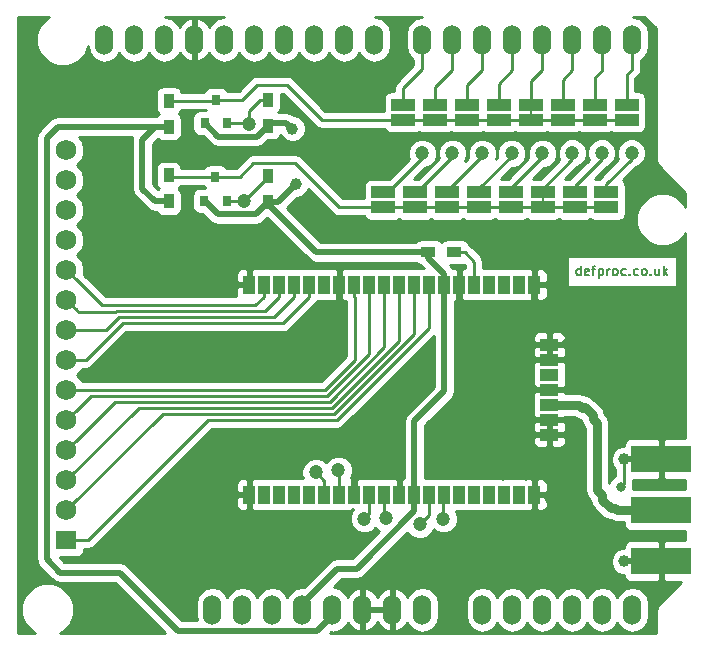
<source format=gtl>
%TF.GenerationSoftware,KiCad,Pcbnew,4.0.6-e0-6349~53~ubuntu16.04.1*%
%TF.CreationDate,2017-06-06T11:27:21+01:00*%
%TF.ProjectId,RN2483shield,524E32343833736869656C642E6B6963,rev?*%
%TF.FileFunction,Copper,L1,Top,Signal*%
%FSLAX46Y46*%
G04 Gerber Fmt 4.6, Leading zero omitted, Abs format (unit mm)*
G04 Created by KiCad (PCBNEW 4.0.6-e0-6349~53~ubuntu16.04.1) date Tue Jun  6 11:27:21 2017*
%MOMM*%
%LPD*%
G01*
G04 APERTURE LIST*
%ADD10C,0.100000*%
%ADD11C,0.150000*%
%ADD12C,0.500000*%
%ADD13R,1.016000X1.524000*%
%ADD14R,1.524000X1.016000*%
%ADD15R,2.000000X1.000000*%
%ADD16R,1.750000X1.650000*%
%ADD17C,1.750000*%
%ADD18R,0.800000X0.900000*%
%ADD19R,1.200000X0.900000*%
%ADD20R,0.900000X1.200000*%
%ADD21O,1.524000X2.540000*%
%ADD22C,1.000000*%
%ADD23R,5.080000X2.286000*%
%ADD24C,1.524000*%
%ADD25C,0.800000*%
%ADD26C,1.200000*%
%ADD27C,0.250000*%
%ADD28C,0.750000*%
%ADD29C,0.254000*%
G04 APERTURE END LIST*
D10*
D11*
X207613685Y-74098105D02*
X207613685Y-73298105D01*
X207613685Y-74060010D02*
X207537495Y-74098105D01*
X207385114Y-74098105D01*
X207308923Y-74060010D01*
X207270828Y-74021914D01*
X207232733Y-73945724D01*
X207232733Y-73717152D01*
X207270828Y-73640962D01*
X207308923Y-73602867D01*
X207385114Y-73564771D01*
X207537495Y-73564771D01*
X207613685Y-73602867D01*
X208299400Y-74060010D02*
X208223210Y-74098105D01*
X208070829Y-74098105D01*
X207994638Y-74060010D01*
X207956543Y-73983819D01*
X207956543Y-73679057D01*
X207994638Y-73602867D01*
X208070829Y-73564771D01*
X208223210Y-73564771D01*
X208299400Y-73602867D01*
X208337495Y-73679057D01*
X208337495Y-73755248D01*
X207956543Y-73831438D01*
X208566066Y-73564771D02*
X208870828Y-73564771D01*
X208680352Y-74098105D02*
X208680352Y-73412390D01*
X208718447Y-73336200D01*
X208794638Y-73298105D01*
X208870828Y-73298105D01*
X209137495Y-73564771D02*
X209137495Y-74364771D01*
X209137495Y-73602867D02*
X209213686Y-73564771D01*
X209366067Y-73564771D01*
X209442257Y-73602867D01*
X209480352Y-73640962D01*
X209518448Y-73717152D01*
X209518448Y-73945724D01*
X209480352Y-74021914D01*
X209442257Y-74060010D01*
X209366067Y-74098105D01*
X209213686Y-74098105D01*
X209137495Y-74060010D01*
X209861305Y-74098105D02*
X209861305Y-73564771D01*
X209861305Y-73717152D02*
X209899400Y-73640962D01*
X209937496Y-73602867D01*
X210013686Y-73564771D01*
X210089877Y-73564771D01*
X210470829Y-74098105D02*
X210394638Y-74060010D01*
X210356543Y-74021914D01*
X210318448Y-73945724D01*
X210318448Y-73717152D01*
X210356543Y-73640962D01*
X210394638Y-73602867D01*
X210470829Y-73564771D01*
X210585115Y-73564771D01*
X210661305Y-73602867D01*
X210699400Y-73640962D01*
X210737496Y-73717152D01*
X210737496Y-73945724D01*
X210699400Y-74021914D01*
X210661305Y-74060010D01*
X210585115Y-74098105D01*
X210470829Y-74098105D01*
X211423210Y-74060010D02*
X211347020Y-74098105D01*
X211194639Y-74098105D01*
X211118448Y-74060010D01*
X211080353Y-74021914D01*
X211042258Y-73945724D01*
X211042258Y-73717152D01*
X211080353Y-73640962D01*
X211118448Y-73602867D01*
X211194639Y-73564771D01*
X211347020Y-73564771D01*
X211423210Y-73602867D01*
X211766067Y-74021914D02*
X211804162Y-74060010D01*
X211766067Y-74098105D01*
X211727972Y-74060010D01*
X211766067Y-74021914D01*
X211766067Y-74098105D01*
X212489876Y-74060010D02*
X212413686Y-74098105D01*
X212261305Y-74098105D01*
X212185114Y-74060010D01*
X212147019Y-74021914D01*
X212108924Y-73945724D01*
X212108924Y-73717152D01*
X212147019Y-73640962D01*
X212185114Y-73602867D01*
X212261305Y-73564771D01*
X212413686Y-73564771D01*
X212489876Y-73602867D01*
X212947019Y-74098105D02*
X212870828Y-74060010D01*
X212832733Y-74021914D01*
X212794638Y-73945724D01*
X212794638Y-73717152D01*
X212832733Y-73640962D01*
X212870828Y-73602867D01*
X212947019Y-73564771D01*
X213061305Y-73564771D01*
X213137495Y-73602867D01*
X213175590Y-73640962D01*
X213213686Y-73717152D01*
X213213686Y-73945724D01*
X213175590Y-74021914D01*
X213137495Y-74060010D01*
X213061305Y-74098105D01*
X212947019Y-74098105D01*
X213556543Y-74021914D02*
X213594638Y-74060010D01*
X213556543Y-74098105D01*
X213518448Y-74060010D01*
X213556543Y-74021914D01*
X213556543Y-74098105D01*
X214280352Y-73564771D02*
X214280352Y-74098105D01*
X213937495Y-73564771D02*
X213937495Y-73983819D01*
X213975590Y-74060010D01*
X214051781Y-74098105D01*
X214166067Y-74098105D01*
X214242257Y-74060010D01*
X214280352Y-74021914D01*
X214661305Y-74098105D02*
X214661305Y-73298105D01*
X214737496Y-73793343D02*
X214966067Y-74098105D01*
X214966067Y-73564771D02*
X214661305Y-73869533D01*
X203400000Y-60925000D02*
X203400000Y-59655000D01*
X204400000Y-68350000D02*
X204400000Y-67080000D01*
D12*
X211285000Y-89682000D02*
X212555000Y-89682000D01*
X211285000Y-98318000D02*
X212555000Y-98318000D01*
D13*
X179550000Y-74910000D03*
X180820000Y-74910000D03*
X182090000Y-74910000D03*
X183360000Y-74910000D03*
X184630000Y-74910000D03*
X185900000Y-74910000D03*
X187170000Y-74910000D03*
X188440000Y-74910000D03*
X189710000Y-74910000D03*
X190980000Y-74910000D03*
X192250000Y-74910000D03*
X193520000Y-74910000D03*
X194790000Y-74910000D03*
X196060000Y-74910000D03*
X197330000Y-74910000D03*
X198600000Y-74910000D03*
X199870000Y-74910000D03*
X201140000Y-74910000D03*
X202410000Y-74910000D03*
X203680000Y-74910000D03*
X203680000Y-92690000D03*
D14*
X204950000Y-79990000D03*
X204950000Y-81260000D03*
X204950000Y-82530000D03*
X204950000Y-83800000D03*
X204950000Y-85070000D03*
X204950000Y-86340000D03*
X204950000Y-87610000D03*
D13*
X202410000Y-92690000D03*
X201140000Y-92690000D03*
X199870000Y-92690000D03*
X198600000Y-92690000D03*
X197330000Y-92690000D03*
X196060000Y-92690000D03*
X194790000Y-92690000D03*
X193520000Y-92690000D03*
X192250000Y-92690000D03*
X190980000Y-92690000D03*
X189710000Y-92690000D03*
X188440000Y-92690000D03*
X187170000Y-92690000D03*
X185900000Y-92690000D03*
X184630000Y-92690000D03*
X183360000Y-92690000D03*
X182090000Y-92690000D03*
X180820000Y-92690000D03*
X179550000Y-92690000D03*
D15*
X211500000Y-60925000D03*
X211500000Y-59655000D03*
D16*
X164084000Y-96520000D03*
D17*
X164084000Y-93980000D03*
X164084000Y-91440000D03*
X164084000Y-88900000D03*
X164084000Y-86360000D03*
X164084000Y-83820000D03*
X164084000Y-81280000D03*
X164084000Y-78740000D03*
X164084000Y-76200000D03*
X164084000Y-73660000D03*
X164084000Y-71120000D03*
X164084000Y-68580000D03*
X164084000Y-66040000D03*
X164084000Y-63500000D03*
D15*
X192600000Y-60925000D03*
X192600000Y-59655000D03*
X195300000Y-60925000D03*
X195300000Y-59655000D03*
X198000000Y-60925000D03*
X198000000Y-59655000D03*
X200700000Y-60925000D03*
X200700000Y-59655000D03*
X203400000Y-60925000D03*
X203400000Y-59655000D03*
X206100000Y-60925000D03*
X206100000Y-59655000D03*
X208800000Y-60925000D03*
X208800000Y-59655000D03*
X190900000Y-68350000D03*
X190900000Y-67080000D03*
X193600000Y-68350000D03*
X193600000Y-67080000D03*
X196300000Y-68350000D03*
X196300000Y-67080000D03*
X199000000Y-68350000D03*
X199000000Y-67080000D03*
X201700000Y-68350000D03*
X201700000Y-67080000D03*
X204400000Y-68350000D03*
X204400000Y-67080000D03*
X207100000Y-68350000D03*
X207100000Y-67080000D03*
X209800000Y-68350000D03*
X209800000Y-67080000D03*
D18*
X175800000Y-61225000D03*
X177700000Y-61225000D03*
X176750000Y-59225000D03*
X175750000Y-67800000D03*
X177650000Y-67800000D03*
X176700000Y-65800000D03*
D19*
X196934000Y-72136000D03*
X194734000Y-72136000D03*
D20*
X181150000Y-61425000D03*
X181150000Y-59225000D03*
X172750000Y-61525000D03*
X172750000Y-59325000D03*
X181150000Y-67900000D03*
X181150000Y-65700000D03*
X172725000Y-67850000D03*
X172725000Y-65650000D03*
D21*
X212000000Y-102410000D03*
X209460000Y-102410000D03*
X206920000Y-102410000D03*
X199300000Y-102410000D03*
X201840000Y-102410000D03*
X204380000Y-102410000D03*
X194220000Y-102410000D03*
X191680000Y-102410000D03*
X189140000Y-102410000D03*
X184060000Y-102410000D03*
X181520000Y-102410000D03*
X212000000Y-54150000D03*
X209460000Y-54150000D03*
X206920000Y-54150000D03*
X204380000Y-54150000D03*
X201840000Y-54150000D03*
X199300000Y-54150000D03*
X196760000Y-54150000D03*
X194220000Y-54150000D03*
X190156000Y-54150000D03*
X187616000Y-54150000D03*
X185076000Y-54150000D03*
X182536000Y-54150000D03*
X179996000Y-54150000D03*
X177456000Y-54150000D03*
X174916000Y-54150000D03*
X172376000Y-54150000D03*
X186600000Y-102410000D03*
X169836000Y-54150000D03*
X167296000Y-54150000D03*
X178980000Y-102410000D03*
X176440000Y-102410000D03*
D22*
X211285000Y-89682000D03*
D23*
X214460000Y-89682000D03*
X214460000Y-94000000D03*
X214460000Y-98318000D03*
D22*
X211285000Y-98318000D03*
D24*
X214460000Y-94000000D03*
D25*
X211000000Y-92000000D03*
D22*
X174586900Y-80886300D03*
X174650400Y-74422000D03*
X184327800Y-80733900D03*
X209000000Y-99000000D03*
X207000000Y-99000000D03*
X205000000Y-99000000D03*
X205000000Y-97000000D03*
X207000000Y-97000000D03*
X209000000Y-97000000D03*
X209000000Y-95000000D03*
X207000000Y-95000000D03*
X205000000Y-95000000D03*
X205000000Y-93000000D03*
X207000000Y-93000000D03*
X207000000Y-91000000D03*
X207000000Y-87000000D03*
X207000000Y-89000000D03*
X205000000Y-89000000D03*
X205000000Y-91000000D03*
X203000000Y-91000000D03*
X201000000Y-91000000D03*
X201000000Y-89000000D03*
X203000000Y-89000000D03*
X203000000Y-87000000D03*
X201000000Y-87000000D03*
X201000000Y-85000000D03*
X203000000Y-85000000D03*
X203000000Y-83000000D03*
X201000000Y-83000000D03*
X201000000Y-81000000D03*
X203000000Y-81000000D03*
X203000000Y-79000000D03*
X201000000Y-79000000D03*
X201000000Y-77000000D03*
X203000000Y-77000000D03*
X205000000Y-77000000D03*
X207000000Y-77000000D03*
X209000000Y-77000000D03*
X215000000Y-77000000D03*
X211000000Y-77000000D03*
X213000000Y-77000000D03*
X215000000Y-79000000D03*
X213000000Y-79000000D03*
X213000000Y-81000000D03*
X215000000Y-81000000D03*
X215000000Y-83000000D03*
X213000000Y-83000000D03*
X213000000Y-85000000D03*
X215000000Y-85000000D03*
X215000000Y-87000000D03*
X213000000Y-87000000D03*
X211000000Y-87000000D03*
X211000000Y-85000000D03*
X211000000Y-83000000D03*
X211000000Y-81000000D03*
X211000000Y-79000000D03*
X209000000Y-79000000D03*
X209000000Y-81000000D03*
X209000000Y-83000000D03*
X207000000Y-83000000D03*
X207000000Y-81000000D03*
X207100000Y-79000000D03*
X190700000Y-89900000D03*
X176500000Y-90600000D03*
D26*
X196000000Y-94700000D03*
X194000000Y-95200000D03*
X191155155Y-94680208D03*
X189300000Y-94700000D03*
X194200000Y-63775000D03*
X196750000Y-63775000D03*
X199275000Y-63775000D03*
X201775000Y-63775000D03*
X204375000Y-63775000D03*
X206900000Y-63750000D03*
X209400000Y-63750000D03*
X211925000Y-63750000D03*
D22*
X183200000Y-61700000D03*
X183500000Y-66400000D03*
D26*
X179500000Y-61254517D03*
X187100000Y-90600000D03*
X179100000Y-67827093D03*
X185200000Y-90800000D03*
D27*
X211285000Y-89682000D02*
X211285000Y-91715000D01*
X211285000Y-91715000D02*
X211000000Y-92000000D01*
D12*
X174586900Y-80886300D02*
X174701200Y-81000600D01*
X174701200Y-81000600D02*
X175120300Y-81000600D01*
X179550000Y-74910000D02*
X175138400Y-74910000D01*
X175138400Y-74910000D02*
X174650400Y-74422000D01*
X187170000Y-74910000D02*
X187170000Y-77891700D01*
X187170000Y-77891700D02*
X184327800Y-80733900D01*
X197330000Y-74910000D02*
X197330000Y-76172000D01*
X197330000Y-76172000D02*
X198158000Y-77000000D01*
X198158000Y-77000000D02*
X200292894Y-77000000D01*
X200292894Y-77000000D02*
X201000000Y-77000000D01*
X203680000Y-74910000D02*
X203680000Y-76320000D01*
X203680000Y-76320000D02*
X203000000Y-77000000D01*
X204950000Y-83800000D02*
X203800000Y-83800000D01*
X203800000Y-83800000D02*
X203000000Y-83000000D01*
X205000000Y-99000000D02*
X207000000Y-99000000D01*
X205000000Y-97000000D02*
X205000000Y-99000000D01*
X209000000Y-97000000D02*
X207000000Y-97000000D01*
X209000000Y-95000000D02*
X209000000Y-97000000D01*
X205000000Y-95000000D02*
X207000000Y-95000000D01*
X207000000Y-93000000D02*
X205000000Y-93000000D01*
X207000000Y-87000000D02*
X207000000Y-91000000D01*
X205000000Y-89000000D02*
X207000000Y-89000000D01*
X203000000Y-91000000D02*
X205000000Y-91000000D01*
X201000000Y-89000000D02*
X201000000Y-91000000D01*
X203000000Y-87000000D02*
X203000000Y-89000000D01*
X201000000Y-85000000D02*
X201000000Y-87000000D01*
X203000000Y-83000000D02*
X203000000Y-85000000D01*
X201000000Y-81000000D02*
X201000000Y-83000000D01*
X203000000Y-79000000D02*
X203000000Y-81000000D01*
X201000000Y-77000000D02*
X201000000Y-79000000D01*
X205000000Y-77000000D02*
X203000000Y-77000000D01*
X209000000Y-77000000D02*
X207000000Y-77000000D01*
X213000000Y-77000000D02*
X211000000Y-77000000D01*
X213000000Y-79000000D02*
X215000000Y-79000000D01*
X215000000Y-81000000D02*
X213000000Y-81000000D01*
X213000000Y-83000000D02*
X215000000Y-83000000D01*
X215000000Y-85000000D02*
X213000000Y-85000000D01*
X213000000Y-87000000D02*
X215000000Y-87000000D01*
X211000000Y-85000000D02*
X211000000Y-87000000D01*
X211000000Y-81000000D02*
X211000000Y-83000000D01*
X209000000Y-79000000D02*
X211000000Y-79000000D01*
X209000000Y-83000000D02*
X209000000Y-81000000D01*
X207000000Y-81000000D02*
X207000000Y-83000000D01*
X204950000Y-79990000D02*
X206110000Y-79990000D01*
X206110000Y-79990000D02*
X207100000Y-79000000D01*
X188440000Y-92690000D02*
X188440000Y-91428000D01*
X188440000Y-91428000D02*
X189968000Y-89900000D01*
X189968000Y-89900000D02*
X190700000Y-89900000D01*
X179550000Y-92690000D02*
X178590000Y-92690000D01*
X178590000Y-92690000D02*
X176500000Y-90600000D01*
D28*
X204950000Y-85070000D02*
X207470000Y-85070000D01*
X207750000Y-85350000D02*
X207850000Y-85250000D01*
X208640000Y-86240000D02*
X208990000Y-86590000D01*
X207470000Y-85070000D02*
X207750000Y-85350000D01*
X209440000Y-92720000D02*
X209440000Y-93100000D01*
X207850000Y-85250000D02*
X207970000Y-85250000D01*
X207970000Y-85250000D02*
X208640000Y-85920000D01*
X208640000Y-85920000D02*
X208640000Y-86240000D01*
X208990000Y-86590000D02*
X208990000Y-92270000D01*
X210520000Y-93840000D02*
X210680000Y-94000000D01*
X208990000Y-92270000D02*
X209440000Y-92720000D01*
X209440000Y-93100000D02*
X210180000Y-93840000D01*
X210180000Y-93840000D02*
X210520000Y-93840000D01*
X210680000Y-94000000D02*
X214460000Y-94000000D01*
D27*
X165933104Y-96520000D02*
X164084000Y-96520000D01*
X176104297Y-86348807D02*
X165933104Y-96520000D01*
X186970586Y-86348807D02*
X176104297Y-86348807D01*
X194790000Y-78529393D02*
X186970586Y-86348807D01*
X194790000Y-74910000D02*
X194790000Y-78529393D01*
X186770571Y-85836044D02*
X193520000Y-79086615D01*
X193520000Y-79086615D02*
X193520000Y-75922000D01*
X172227956Y-85836044D02*
X186770571Y-85836044D01*
X164084000Y-93980000D02*
X172227956Y-85836044D01*
X193520000Y-75922000D02*
X193520000Y-74910000D01*
X164084000Y-91440000D02*
X170191967Y-85332033D01*
X192250000Y-79643837D02*
X192250000Y-75922000D01*
X192250000Y-75922000D02*
X192250000Y-74910000D01*
X170191967Y-85332033D02*
X186561804Y-85332033D01*
X186561804Y-85332033D02*
X192250000Y-79643837D01*
X190980000Y-74910000D02*
X190980000Y-75922000D01*
X164958999Y-88025001D02*
X164084000Y-88900000D01*
X168155978Y-84828022D02*
X164958999Y-88025001D01*
X191000000Y-75942000D02*
X191000000Y-80181059D01*
X191000000Y-80181059D02*
X186353037Y-84828022D01*
X190980000Y-75922000D02*
X191000000Y-75942000D01*
X186353037Y-84828022D02*
X168155978Y-84828022D01*
X164958999Y-85485001D02*
X164084000Y-86360000D01*
X166119989Y-84324011D02*
X164958999Y-85485001D01*
X186144270Y-84324011D02*
X166119989Y-84324011D01*
X189710000Y-74910000D02*
X189710000Y-80758281D01*
X189710000Y-80758281D02*
X186144270Y-84324011D01*
X163630000Y-86360000D02*
X164084000Y-86360000D01*
X185935503Y-83820000D02*
X165321436Y-83820000D01*
X188500000Y-75982000D02*
X188500000Y-81255503D01*
X188500000Y-81255503D02*
X185935503Y-83820000D01*
X165321436Y-83820000D02*
X164084000Y-83820000D01*
X188440000Y-75922000D02*
X188500000Y-75982000D01*
X188440000Y-74910000D02*
X188440000Y-75922000D01*
X184630000Y-74910000D02*
X184630000Y-75922000D01*
X184630000Y-75922000D02*
X182383483Y-78168517D01*
X182383483Y-78168517D02*
X168849501Y-78168517D01*
X168849501Y-78168517D02*
X165738018Y-81280000D01*
X165738018Y-81280000D02*
X164084000Y-81280000D01*
X167418119Y-78740000D02*
X165321436Y-78740000D01*
X181617494Y-77664506D02*
X168493613Y-77664506D01*
X165321436Y-78740000D02*
X164084000Y-78740000D01*
X183360000Y-75922000D02*
X181617494Y-77664506D01*
X168493613Y-77664506D02*
X167418119Y-78740000D01*
X183360000Y-74910000D02*
X183360000Y-75922000D01*
X165076196Y-77192196D02*
X164958999Y-77074999D01*
X164958999Y-77074999D02*
X164084000Y-76200000D01*
X168253144Y-77192196D02*
X165076196Y-77192196D01*
X168284845Y-77160495D02*
X168253144Y-77192196D01*
X182090000Y-75922000D02*
X180851505Y-77160495D01*
X182090000Y-74910000D02*
X182090000Y-75922000D01*
X180851505Y-77160495D02*
X168284845Y-77160495D01*
X164958999Y-74534999D02*
X164084000Y-73660000D01*
X180820000Y-74910000D02*
X180820000Y-75922000D01*
X180085516Y-76656484D02*
X167080484Y-76656484D01*
X180820000Y-75922000D02*
X180085516Y-76656484D01*
X167080484Y-76656484D02*
X164958999Y-74534999D01*
X196000000Y-94700000D02*
X196000000Y-92750000D01*
X196000000Y-92750000D02*
X196060000Y-92690000D01*
X194000000Y-95200000D02*
X194790000Y-94410000D01*
X194790000Y-94410000D02*
X194790000Y-92690000D01*
X190980000Y-92690000D02*
X190980000Y-94505053D01*
X190980000Y-94505053D02*
X191155155Y-94680208D01*
X189710000Y-94290000D02*
X189710000Y-92690000D01*
X189300000Y-94700000D02*
X189710000Y-94290000D01*
X176750000Y-59225000D02*
X178974421Y-59225000D01*
X180228472Y-57970949D02*
X182739586Y-57970949D01*
X178974421Y-59225000D02*
X180228472Y-57970949D01*
X182739586Y-57970949D02*
X185693637Y-60925000D01*
X185693637Y-60925000D02*
X192600000Y-60925000D01*
X192500000Y-61025000D02*
X192600000Y-60925000D01*
X172750000Y-59325000D02*
X176650000Y-59325000D01*
X176650000Y-59325000D02*
X176750000Y-59225000D01*
X192600000Y-60925000D02*
X195300000Y-60925000D01*
X195300000Y-60925000D02*
X198000000Y-60925000D01*
X198000000Y-60925000D02*
X200700000Y-60925000D01*
X200700000Y-60925000D02*
X203400000Y-60925000D01*
X203400000Y-60925000D02*
X206100000Y-60925000D01*
X206100000Y-60925000D02*
X208800000Y-60925000D01*
X208800000Y-60925000D02*
X211500000Y-60925000D01*
X190900000Y-67080000D02*
X191310462Y-67080000D01*
X191310462Y-67080000D02*
X194200000Y-64190462D01*
X194200000Y-64190462D02*
X194200000Y-63775000D01*
X192600000Y-59655000D02*
X192600000Y-58234752D01*
X192600000Y-58234752D02*
X194220000Y-56614752D01*
X194220000Y-56614752D02*
X194220000Y-54150000D01*
X193600000Y-67080000D02*
X193762431Y-67080000D01*
X193762431Y-67080000D02*
X196750000Y-64092431D01*
X196750000Y-64092431D02*
X196750000Y-63775000D01*
X195300000Y-59655000D02*
X195300000Y-58196940D01*
X195300000Y-58196940D02*
X196760000Y-56736940D01*
X196760000Y-56736940D02*
X196760000Y-54150000D01*
X196300000Y-67080000D02*
X196300000Y-66994400D01*
X196300000Y-66994400D02*
X199275000Y-64019400D01*
X199275000Y-64019400D02*
X199275000Y-63775000D01*
X198000000Y-59655000D02*
X198000000Y-58010502D01*
X198000000Y-58010502D02*
X199300000Y-56710502D01*
X199300000Y-56710502D02*
X199300000Y-54150000D01*
X199000000Y-67080000D02*
X199000000Y-66746371D01*
X199000000Y-66746371D02*
X201775000Y-63971371D01*
X201775000Y-63971371D02*
X201775000Y-63775000D01*
X200700000Y-59655000D02*
X200700000Y-57873908D01*
X200700000Y-57873908D02*
X201840000Y-56733908D01*
X201840000Y-56733908D02*
X201840000Y-54150000D01*
X201840000Y-54150000D02*
X201840000Y-54910000D01*
D29*
X202025000Y-54069700D02*
X202041100Y-54053600D01*
D27*
X201700000Y-67080000D02*
X201700000Y-66733103D01*
X201700000Y-66733103D02*
X204375000Y-64058103D01*
X204375000Y-64058103D02*
X204375000Y-63775000D01*
X203400000Y-59655000D02*
X203400000Y-57691030D01*
X203400000Y-57691030D02*
X204380000Y-56711030D01*
X204380000Y-56711030D02*
X204380000Y-54150000D01*
D29*
X204550000Y-54084700D02*
X204581100Y-54053600D01*
D27*
X204400000Y-67080000D02*
X204400000Y-66772004D01*
X204400000Y-66772004D02*
X206900000Y-64272004D01*
X206900000Y-64272004D02*
X206900000Y-63750000D01*
X206100000Y-59655000D02*
X206100000Y-57536634D01*
X206100000Y-57536634D02*
X206920000Y-56716634D01*
X206920000Y-56716634D02*
X206920000Y-54150000D01*
X207100000Y-67080000D02*
X207100000Y-66576143D01*
X207100000Y-66576143D02*
X209400000Y-64276143D01*
X209400000Y-64276143D02*
X209400000Y-63750000D01*
X208800000Y-59655000D02*
X208800000Y-57400039D01*
X208800000Y-57400039D02*
X209460000Y-56740039D01*
X209460000Y-56740039D02*
X209460000Y-54150000D01*
X209800000Y-67080000D02*
X209800000Y-66380282D01*
X209800000Y-66380282D02*
X211925000Y-64255282D01*
X211925000Y-64255282D02*
X211925000Y-63750000D01*
X211500000Y-59655000D02*
X211500000Y-57121034D01*
X211500000Y-57121034D02*
X212000000Y-56621034D01*
X212000000Y-56621034D02*
X212000000Y-54150000D01*
X209800000Y-67080000D02*
X209800000Y-67075000D01*
X190900000Y-68350000D02*
X187195744Y-68350000D01*
X187195744Y-68350000D02*
X183472145Y-64626401D01*
X179912782Y-64626401D02*
X178739183Y-65800000D01*
X183472145Y-64626401D02*
X179912782Y-64626401D01*
X178739183Y-65800000D02*
X176700000Y-65800000D01*
X172725000Y-65650000D02*
X172875000Y-65800000D01*
X172875000Y-65800000D02*
X176700000Y-65800000D01*
X190900000Y-68350000D02*
X190775000Y-68475000D01*
X190900000Y-68350000D02*
X193600000Y-68350000D01*
X193600000Y-68350000D02*
X196300000Y-68350000D01*
X196300000Y-68350000D02*
X199000000Y-68350000D01*
X199000000Y-68350000D02*
X201700000Y-68350000D01*
X201700000Y-68350000D02*
X204400000Y-68350000D01*
X204400000Y-68350000D02*
X207100000Y-68350000D01*
X207100000Y-68350000D02*
X209800000Y-68350000D01*
D12*
X181150000Y-61425000D02*
X180216473Y-62358527D01*
X180216473Y-62358527D02*
X176933527Y-62358527D01*
X176933527Y-62358527D02*
X175825000Y-61250000D01*
X175825000Y-61250000D02*
X175800000Y-61225000D01*
X181150000Y-67900000D02*
X180118897Y-68931103D01*
X180118897Y-68931103D02*
X176881103Y-68931103D01*
X176881103Y-68931103D02*
X175775000Y-67825000D01*
X175775000Y-67825000D02*
X175750000Y-67800000D01*
X196060000Y-74910000D02*
X196060000Y-73994369D01*
X196060000Y-73994369D02*
X195318536Y-73252905D01*
X195318536Y-73252905D02*
X195318536Y-73242270D01*
X195318536Y-73242270D02*
X194734000Y-72657734D01*
X194734000Y-72657734D02*
X194734000Y-72136000D01*
X193520000Y-92690000D02*
X193520000Y-86455210D01*
X193520000Y-86455210D02*
X196060000Y-83915210D01*
X196060000Y-83915210D02*
X196060000Y-76172000D01*
X196060000Y-76172000D02*
X196060000Y-74910000D01*
X184060000Y-102410000D02*
X184060000Y-101902000D01*
X188648532Y-98935618D02*
X193520000Y-94064150D01*
X184060000Y-101902000D02*
X187026382Y-98935618D01*
X187026382Y-98935618D02*
X188648532Y-98935618D01*
X193520000Y-94064150D02*
X193520000Y-93952000D01*
X193520000Y-93952000D02*
X193520000Y-92690000D01*
X183200000Y-61700000D02*
X182700001Y-61200001D01*
X182700001Y-61200001D02*
X181375000Y-61200000D01*
X181375000Y-61200000D02*
X181150000Y-61425000D01*
X181150000Y-67900000D02*
X182000000Y-67900000D01*
X182000000Y-67900000D02*
X183500000Y-66400000D01*
X194734000Y-72136000D02*
X185236000Y-72136000D01*
X185236000Y-72136000D02*
X181150000Y-68050000D01*
X181150000Y-68050000D02*
X181150000Y-67900000D01*
D27*
X181150000Y-59225000D02*
X180450000Y-59225000D01*
X180450000Y-59225000D02*
X179500000Y-60175000D01*
X179500000Y-60175000D02*
X179500000Y-60405989D01*
X179500000Y-60405989D02*
X179500000Y-61254517D01*
X177700000Y-61225000D02*
X179470483Y-61225000D01*
X179470483Y-61225000D02*
X179500000Y-61254517D01*
X187170000Y-92690000D02*
X187170000Y-90670000D01*
X187170000Y-90670000D02*
X187100000Y-90600000D01*
X179100000Y-67827093D02*
X181150000Y-65777093D01*
X181150000Y-65777093D02*
X181150000Y-65700000D01*
X179072907Y-67800000D02*
X179100000Y-67827093D01*
X177650000Y-67800000D02*
X179072907Y-67800000D01*
X185900000Y-92690000D02*
X185900000Y-91500000D01*
X185900000Y-91500000D02*
X185200000Y-90800000D01*
X196934000Y-72136000D02*
X197784000Y-72136000D01*
X197784000Y-72136000D02*
X198600000Y-72952000D01*
X198600000Y-72952000D02*
X198600000Y-73898000D01*
X198600000Y-73898000D02*
X198600000Y-74910000D01*
D12*
X186600000Y-102410000D02*
X186600000Y-102918000D01*
X162400000Y-62479862D02*
X163354862Y-61525000D01*
X186600000Y-102918000D02*
X185333990Y-104184010D01*
X185333990Y-104184010D02*
X173484010Y-104184010D01*
X163354862Y-61525000D02*
X171800000Y-61525000D01*
X173484010Y-104184010D02*
X168590103Y-99290103D01*
X168590103Y-99290103D02*
X163539529Y-99290103D01*
X163539529Y-99290103D02*
X162400000Y-98150574D01*
X162400000Y-98150574D02*
X162400000Y-62479862D01*
X172725000Y-67850000D02*
X171603675Y-67850000D01*
X171603675Y-67850000D02*
X170508628Y-66754953D01*
X170508628Y-66754953D02*
X170508628Y-62625368D01*
X170508628Y-62625368D02*
X171608996Y-61525000D01*
X171608996Y-61525000D02*
X171800000Y-61525000D01*
X171800000Y-61525000D02*
X172750000Y-61525000D01*
D29*
G36*
X213990000Y-53194092D02*
X213990000Y-64300000D01*
X214044046Y-64571705D01*
X214197954Y-64802046D01*
X216490000Y-67094092D01*
X216490000Y-68289426D01*
X216425242Y-68132700D01*
X215800589Y-67506955D01*
X214984022Y-67167887D01*
X214099857Y-67167115D01*
X213282700Y-67504758D01*
X212656955Y-68129411D01*
X212317887Y-68945978D01*
X212317115Y-69830143D01*
X212654758Y-70647300D01*
X213279411Y-71273045D01*
X214095978Y-71612113D01*
X214980143Y-71612885D01*
X215797300Y-71275242D01*
X216423045Y-70650589D01*
X216490000Y-70489343D01*
X216490000Y-87904000D01*
X214745750Y-87904000D01*
X214587000Y-88062750D01*
X214587000Y-89555000D01*
X214607000Y-89555000D01*
X214607000Y-89809000D01*
X214587000Y-89809000D01*
X214587000Y-91301250D01*
X214745750Y-91460000D01*
X216490000Y-91460000D01*
X216490000Y-92209560D01*
X212033664Y-92209560D01*
X212034820Y-92206777D01*
X212035179Y-91795029D01*
X212031063Y-91785067D01*
X212045000Y-91715000D01*
X212045000Y-91460000D01*
X214174250Y-91460000D01*
X214333000Y-91301250D01*
X214333000Y-89809000D01*
X214313000Y-89809000D01*
X214313000Y-89555000D01*
X214333000Y-89555000D01*
X214333000Y-88062750D01*
X214174250Y-87904000D01*
X211793690Y-87904000D01*
X211560301Y-88000673D01*
X211381673Y-88179302D01*
X211285000Y-88412691D01*
X211285000Y-88546999D01*
X211060225Y-88546803D01*
X210642914Y-88719233D01*
X210323355Y-89038235D01*
X210150197Y-89455244D01*
X210149803Y-89906775D01*
X210322233Y-90324086D01*
X210525000Y-90527207D01*
X210525000Y-91076394D01*
X210414485Y-91122058D01*
X210123081Y-91412954D01*
X210000000Y-91709367D01*
X210000000Y-86590000D01*
X209923118Y-86203490D01*
X209704178Y-85875822D01*
X209625578Y-85797222D01*
X209573118Y-85533490D01*
X209354178Y-85205822D01*
X208684178Y-84535822D01*
X208356510Y-84316882D01*
X208028148Y-84251566D01*
X207856510Y-84136882D01*
X207470000Y-84060000D01*
X206321250Y-84060000D01*
X206188250Y-83927000D01*
X205773431Y-83927000D01*
X205712000Y-83914560D01*
X204188000Y-83914560D01*
X204121887Y-83927000D01*
X203711750Y-83927000D01*
X203553000Y-84085750D01*
X203553000Y-84434309D01*
X203562012Y-84456066D01*
X203540560Y-84562000D01*
X203540560Y-85578000D01*
X203560967Y-85686456D01*
X203553000Y-85705691D01*
X203553000Y-86054250D01*
X203711750Y-86213000D01*
X204126569Y-86213000D01*
X204188000Y-86225440D01*
X205712000Y-86225440D01*
X205778113Y-86213000D01*
X206188250Y-86213000D01*
X206321250Y-86080000D01*
X207059501Y-86080000D01*
X207363490Y-86283118D01*
X207627222Y-86335578D01*
X207654422Y-86362778D01*
X207706882Y-86626510D01*
X207925822Y-86954178D01*
X207980000Y-87008356D01*
X207980000Y-92270000D01*
X208056882Y-92656510D01*
X208275822Y-92984178D01*
X208439524Y-93147880D01*
X208506882Y-93486510D01*
X208725822Y-93814178D01*
X209465822Y-94554178D01*
X209793490Y-94773118D01*
X210164472Y-94846911D01*
X210293490Y-94933118D01*
X210680000Y-95010000D01*
X211272560Y-95010000D01*
X211272560Y-95143000D01*
X211316838Y-95378317D01*
X211455910Y-95594441D01*
X211668110Y-95739431D01*
X211920000Y-95790440D01*
X216490000Y-95790440D01*
X216490000Y-96540000D01*
X214745750Y-96540000D01*
X214587000Y-96698750D01*
X214587000Y-98191000D01*
X214607000Y-98191000D01*
X214607000Y-98445000D01*
X214587000Y-98445000D01*
X214587000Y-99937250D01*
X214745750Y-100096000D01*
X216099908Y-100096000D01*
X214197954Y-101997954D01*
X214044046Y-102228295D01*
X213990000Y-102500000D01*
X213990000Y-104390000D01*
X186379580Y-104390000D01*
X186447577Y-104322002D01*
X186600000Y-104352321D01*
X187134609Y-104245981D01*
X187587828Y-103943149D01*
X187879330Y-103506887D01*
X187897941Y-103569941D01*
X188241974Y-103995630D01*
X188722723Y-104257260D01*
X188796930Y-104272220D01*
X189013000Y-104149720D01*
X189013000Y-102537000D01*
X189267000Y-102537000D01*
X189267000Y-104149720D01*
X189483070Y-104272220D01*
X189557277Y-104257260D01*
X190038026Y-103995630D01*
X190382059Y-103569941D01*
X190410000Y-103475277D01*
X190437941Y-103569941D01*
X190781974Y-103995630D01*
X191262723Y-104257260D01*
X191336930Y-104272220D01*
X191553000Y-104149720D01*
X191553000Y-102537000D01*
X189267000Y-102537000D01*
X189013000Y-102537000D01*
X188993000Y-102537000D01*
X188993000Y-102283000D01*
X189013000Y-102283000D01*
X189013000Y-100670280D01*
X189267000Y-100670280D01*
X189267000Y-102283000D01*
X191553000Y-102283000D01*
X191553000Y-100670280D01*
X191807000Y-100670280D01*
X191807000Y-102283000D01*
X191827000Y-102283000D01*
X191827000Y-102537000D01*
X191807000Y-102537000D01*
X191807000Y-104149720D01*
X192023070Y-104272220D01*
X192097277Y-104257260D01*
X192578026Y-103995630D01*
X192922059Y-103569941D01*
X192940670Y-103506887D01*
X193232172Y-103943149D01*
X193685391Y-104245981D01*
X194220000Y-104352321D01*
X194754609Y-104245981D01*
X195207828Y-103943149D01*
X195510660Y-103489930D01*
X195617000Y-102955321D01*
X195617000Y-101864679D01*
X197903000Y-101864679D01*
X197903000Y-102955321D01*
X198009340Y-103489930D01*
X198312172Y-103943149D01*
X198765391Y-104245981D01*
X199300000Y-104352321D01*
X199834609Y-104245981D01*
X200287828Y-103943149D01*
X200570000Y-103520850D01*
X200852172Y-103943149D01*
X201305391Y-104245981D01*
X201840000Y-104352321D01*
X202374609Y-104245981D01*
X202827828Y-103943149D01*
X203110000Y-103520850D01*
X203392172Y-103943149D01*
X203845391Y-104245981D01*
X204380000Y-104352321D01*
X204914609Y-104245981D01*
X205367828Y-103943149D01*
X205650000Y-103520850D01*
X205932172Y-103943149D01*
X206385391Y-104245981D01*
X206920000Y-104352321D01*
X207454609Y-104245981D01*
X207907828Y-103943149D01*
X208190000Y-103520850D01*
X208472172Y-103943149D01*
X208925391Y-104245981D01*
X209460000Y-104352321D01*
X209994609Y-104245981D01*
X210447828Y-103943149D01*
X210730000Y-103520850D01*
X211012172Y-103943149D01*
X211465391Y-104245981D01*
X212000000Y-104352321D01*
X212534609Y-104245981D01*
X212987828Y-103943149D01*
X213290660Y-103489930D01*
X213397000Y-102955321D01*
X213397000Y-101864679D01*
X213290660Y-101330070D01*
X212987828Y-100876851D01*
X212534609Y-100574019D01*
X212000000Y-100467679D01*
X211465391Y-100574019D01*
X211012172Y-100876851D01*
X210730000Y-101299150D01*
X210447828Y-100876851D01*
X209994609Y-100574019D01*
X209460000Y-100467679D01*
X208925391Y-100574019D01*
X208472172Y-100876851D01*
X208190000Y-101299150D01*
X207907828Y-100876851D01*
X207454609Y-100574019D01*
X206920000Y-100467679D01*
X206385391Y-100574019D01*
X205932172Y-100876851D01*
X205650000Y-101299150D01*
X205367828Y-100876851D01*
X204914609Y-100574019D01*
X204380000Y-100467679D01*
X203845391Y-100574019D01*
X203392172Y-100876851D01*
X203110000Y-101299150D01*
X202827828Y-100876851D01*
X202374609Y-100574019D01*
X201840000Y-100467679D01*
X201305391Y-100574019D01*
X200852172Y-100876851D01*
X200570000Y-101299150D01*
X200287828Y-100876851D01*
X199834609Y-100574019D01*
X199300000Y-100467679D01*
X198765391Y-100574019D01*
X198312172Y-100876851D01*
X198009340Y-101330070D01*
X197903000Y-101864679D01*
X195617000Y-101864679D01*
X195510660Y-101330070D01*
X195207828Y-100876851D01*
X194754609Y-100574019D01*
X194220000Y-100467679D01*
X193685391Y-100574019D01*
X193232172Y-100876851D01*
X192940670Y-101313113D01*
X192922059Y-101250059D01*
X192578026Y-100824370D01*
X192097277Y-100562740D01*
X192023070Y-100547780D01*
X191807000Y-100670280D01*
X191553000Y-100670280D01*
X191336930Y-100547780D01*
X191262723Y-100562740D01*
X190781974Y-100824370D01*
X190437941Y-101250059D01*
X190410000Y-101344723D01*
X190382059Y-101250059D01*
X190038026Y-100824370D01*
X189557277Y-100562740D01*
X189483070Y-100547780D01*
X189267000Y-100670280D01*
X189013000Y-100670280D01*
X188796930Y-100547780D01*
X188722723Y-100562740D01*
X188241974Y-100824370D01*
X187897941Y-101250059D01*
X187879330Y-101313113D01*
X187587828Y-100876851D01*
X187134609Y-100574019D01*
X186721694Y-100491885D01*
X187392961Y-99820618D01*
X188648527Y-99820618D01*
X188648532Y-99820619D01*
X188931016Y-99764428D01*
X188987207Y-99753251D01*
X189274322Y-99561408D01*
X189274323Y-99561407D01*
X190292954Y-98542775D01*
X210149803Y-98542775D01*
X210322233Y-98960086D01*
X210641235Y-99279645D01*
X211058244Y-99452803D01*
X211285000Y-99453001D01*
X211285000Y-99587309D01*
X211381673Y-99820698D01*
X211560301Y-99999327D01*
X211793690Y-100096000D01*
X214174250Y-100096000D01*
X214333000Y-99937250D01*
X214333000Y-98445000D01*
X214313000Y-98445000D01*
X214313000Y-98191000D01*
X214333000Y-98191000D01*
X214333000Y-96698750D01*
X214174250Y-96540000D01*
X211793690Y-96540000D01*
X211560301Y-96636673D01*
X211381673Y-96815302D01*
X211285000Y-97048691D01*
X211285000Y-97182999D01*
X211060225Y-97182803D01*
X210642914Y-97355233D01*
X210323355Y-97674235D01*
X210150197Y-98091244D01*
X210149803Y-98542775D01*
X190292954Y-98542775D01*
X192947924Y-95887805D01*
X192952408Y-95898657D01*
X193299515Y-96246371D01*
X193753266Y-96434785D01*
X194244579Y-96435214D01*
X194698657Y-96247592D01*
X195046371Y-95900485D01*
X195165931Y-95612553D01*
X195299515Y-95746371D01*
X195753266Y-95934785D01*
X196244579Y-95935214D01*
X196698657Y-95747592D01*
X197046371Y-95400485D01*
X197234785Y-94946734D01*
X197235214Y-94455421D01*
X197088125Y-94099440D01*
X197838000Y-94099440D01*
X197969662Y-94074666D01*
X198092000Y-94099440D01*
X199108000Y-94099440D01*
X199239662Y-94074666D01*
X199362000Y-94099440D01*
X200378000Y-94099440D01*
X200509662Y-94074666D01*
X200632000Y-94099440D01*
X201648000Y-94099440D01*
X201779662Y-94074666D01*
X201902000Y-94099440D01*
X202918000Y-94099440D01*
X203026455Y-94079033D01*
X203045690Y-94087000D01*
X203394250Y-94087000D01*
X203553000Y-93928250D01*
X203553000Y-93513431D01*
X203565440Y-93452000D01*
X203565440Y-92817000D01*
X203807000Y-92817000D01*
X203807000Y-93928250D01*
X203965750Y-94087000D01*
X204314310Y-94087000D01*
X204547699Y-93990327D01*
X204726327Y-93811698D01*
X204823000Y-93578309D01*
X204823000Y-92975750D01*
X204664250Y-92817000D01*
X203807000Y-92817000D01*
X203565440Y-92817000D01*
X203565440Y-91928000D01*
X203553000Y-91861887D01*
X203553000Y-91451750D01*
X203807000Y-91451750D01*
X203807000Y-92563000D01*
X204664250Y-92563000D01*
X204823000Y-92404250D01*
X204823000Y-91801691D01*
X204726327Y-91568302D01*
X204547699Y-91389673D01*
X204314310Y-91293000D01*
X203965750Y-91293000D01*
X203807000Y-91451750D01*
X203553000Y-91451750D01*
X203394250Y-91293000D01*
X203045690Y-91293000D01*
X203023933Y-91302012D01*
X202918000Y-91280560D01*
X201902000Y-91280560D01*
X201770338Y-91305334D01*
X201648000Y-91280560D01*
X200632000Y-91280560D01*
X200500338Y-91305334D01*
X200378000Y-91280560D01*
X199362000Y-91280560D01*
X199230338Y-91305334D01*
X199108000Y-91280560D01*
X198092000Y-91280560D01*
X197960338Y-91305334D01*
X197838000Y-91280560D01*
X196822000Y-91280560D01*
X196690338Y-91305334D01*
X196568000Y-91280560D01*
X195552000Y-91280560D01*
X195420338Y-91305334D01*
X195298000Y-91280560D01*
X194405000Y-91280560D01*
X194405000Y-87895750D01*
X203553000Y-87895750D01*
X203553000Y-88244309D01*
X203649673Y-88477698D01*
X203828301Y-88656327D01*
X204061690Y-88753000D01*
X204664250Y-88753000D01*
X204823000Y-88594250D01*
X204823000Y-87737000D01*
X205077000Y-87737000D01*
X205077000Y-88594250D01*
X205235750Y-88753000D01*
X205838310Y-88753000D01*
X206071699Y-88656327D01*
X206250327Y-88477698D01*
X206347000Y-88244309D01*
X206347000Y-87895750D01*
X206188250Y-87737000D01*
X205077000Y-87737000D01*
X204823000Y-87737000D01*
X203711750Y-87737000D01*
X203553000Y-87895750D01*
X194405000Y-87895750D01*
X194405000Y-86821790D01*
X194601039Y-86625750D01*
X203553000Y-86625750D01*
X203553000Y-86974309D01*
X203553286Y-86975000D01*
X203553000Y-86975691D01*
X203553000Y-87324250D01*
X203711750Y-87483000D01*
X204823000Y-87483000D01*
X204823000Y-86467000D01*
X205077000Y-86467000D01*
X205077000Y-87483000D01*
X206188250Y-87483000D01*
X206347000Y-87324250D01*
X206347000Y-86975691D01*
X206346714Y-86975000D01*
X206347000Y-86974309D01*
X206347000Y-86625750D01*
X206188250Y-86467000D01*
X205077000Y-86467000D01*
X204823000Y-86467000D01*
X203711750Y-86467000D01*
X203553000Y-86625750D01*
X194601039Y-86625750D01*
X196685787Y-84541002D01*
X196685790Y-84541000D01*
X196877633Y-84253885D01*
X196945000Y-83915210D01*
X196945000Y-82022000D01*
X203540560Y-82022000D01*
X203540560Y-83038000D01*
X203560967Y-83146456D01*
X203553000Y-83165691D01*
X203553000Y-83514250D01*
X203711750Y-83673000D01*
X204126569Y-83673000D01*
X204188000Y-83685440D01*
X205712000Y-83685440D01*
X205778113Y-83673000D01*
X206188250Y-83673000D01*
X206347000Y-83514250D01*
X206347000Y-83165691D01*
X206337988Y-83143934D01*
X206359440Y-83038000D01*
X206359440Y-82022000D01*
X206339033Y-81913544D01*
X206347000Y-81894309D01*
X206347000Y-81545750D01*
X206188250Y-81387000D01*
X205773431Y-81387000D01*
X205712000Y-81374560D01*
X204188000Y-81374560D01*
X204121887Y-81387000D01*
X203711750Y-81387000D01*
X203553000Y-81545750D01*
X203553000Y-81894309D01*
X203562012Y-81916066D01*
X203540560Y-82022000D01*
X196945000Y-82022000D01*
X196945000Y-80275750D01*
X203553000Y-80275750D01*
X203553000Y-80624309D01*
X203553286Y-80625000D01*
X203553000Y-80625691D01*
X203553000Y-80974250D01*
X203711750Y-81133000D01*
X204823000Y-81133000D01*
X204823000Y-80117000D01*
X205077000Y-80117000D01*
X205077000Y-81133000D01*
X206188250Y-81133000D01*
X206347000Y-80974250D01*
X206347000Y-80625691D01*
X206346714Y-80625000D01*
X206347000Y-80624309D01*
X206347000Y-80275750D01*
X206188250Y-80117000D01*
X205077000Y-80117000D01*
X204823000Y-80117000D01*
X203711750Y-80117000D01*
X203553000Y-80275750D01*
X196945000Y-80275750D01*
X196945000Y-79355691D01*
X203553000Y-79355691D01*
X203553000Y-79704250D01*
X203711750Y-79863000D01*
X204823000Y-79863000D01*
X204823000Y-79005750D01*
X205077000Y-79005750D01*
X205077000Y-79863000D01*
X206188250Y-79863000D01*
X206347000Y-79704250D01*
X206347000Y-79355691D01*
X206250327Y-79122302D01*
X206071699Y-78943673D01*
X205838310Y-78847000D01*
X205235750Y-78847000D01*
X205077000Y-79005750D01*
X204823000Y-79005750D01*
X204664250Y-78847000D01*
X204061690Y-78847000D01*
X203828301Y-78943673D01*
X203649673Y-79122302D01*
X203553000Y-79355691D01*
X196945000Y-79355691D01*
X196945000Y-76307000D01*
X197044250Y-76307000D01*
X197203000Y-76148250D01*
X197203000Y-75733431D01*
X197215440Y-75672000D01*
X197215440Y-74148000D01*
X197203000Y-74081887D01*
X197203000Y-73671750D01*
X197044250Y-73513000D01*
X196782288Y-73513000D01*
X196685790Y-73368579D01*
X196685787Y-73368577D01*
X196550650Y-73233440D01*
X197534000Y-73233440D01*
X197763462Y-73190264D01*
X197840000Y-73266802D01*
X197840000Y-73513000D01*
X197615750Y-73513000D01*
X197457000Y-73671750D01*
X197457000Y-74086569D01*
X197444560Y-74148000D01*
X197444560Y-75672000D01*
X197457000Y-75738113D01*
X197457000Y-76148250D01*
X197615750Y-76307000D01*
X197964310Y-76307000D01*
X197986067Y-76297988D01*
X198092000Y-76319440D01*
X199108000Y-76319440D01*
X199239662Y-76294666D01*
X199362000Y-76319440D01*
X200378000Y-76319440D01*
X200509662Y-76294666D01*
X200632000Y-76319440D01*
X201648000Y-76319440D01*
X201779662Y-76294666D01*
X201902000Y-76319440D01*
X202918000Y-76319440D01*
X203026455Y-76299033D01*
X203045690Y-76307000D01*
X203394250Y-76307000D01*
X203553000Y-76148250D01*
X203553000Y-75733431D01*
X203565440Y-75672000D01*
X203565440Y-75037000D01*
X203807000Y-75037000D01*
X203807000Y-76148250D01*
X203965750Y-76307000D01*
X204314310Y-76307000D01*
X204547699Y-76210327D01*
X204726327Y-76031698D01*
X204823000Y-75798309D01*
X204823000Y-75195750D01*
X204664250Y-75037000D01*
X203807000Y-75037000D01*
X203565440Y-75037000D01*
X203565440Y-74148000D01*
X203553000Y-74081887D01*
X203553000Y-73671750D01*
X203807000Y-73671750D01*
X203807000Y-74783000D01*
X204664250Y-74783000D01*
X204823000Y-74624250D01*
X204823000Y-74021691D01*
X204726327Y-73788302D01*
X204547699Y-73609673D01*
X204314310Y-73513000D01*
X203965750Y-73513000D01*
X203807000Y-73671750D01*
X203553000Y-73671750D01*
X203394250Y-73513000D01*
X203045690Y-73513000D01*
X203023933Y-73522012D01*
X202918000Y-73500560D01*
X201902000Y-73500560D01*
X201770338Y-73525334D01*
X201648000Y-73500560D01*
X200632000Y-73500560D01*
X200500338Y-73525334D01*
X200378000Y-73500560D01*
X199362000Y-73500560D01*
X199360000Y-73500936D01*
X199360000Y-72952000D01*
X199302148Y-72661161D01*
X199302148Y-72661160D01*
X199171880Y-72466200D01*
X206445352Y-72466200D01*
X206445352Y-75086200D01*
X215753448Y-75086200D01*
X215753448Y-72466200D01*
X206445352Y-72466200D01*
X199171880Y-72466200D01*
X199137401Y-72414599D01*
X198321401Y-71598599D01*
X198142502Y-71479063D01*
X198137162Y-71450683D01*
X197998090Y-71234559D01*
X197785890Y-71089569D01*
X197534000Y-71038560D01*
X196334000Y-71038560D01*
X196098683Y-71082838D01*
X195882559Y-71221910D01*
X195834866Y-71291711D01*
X195798090Y-71234559D01*
X195585890Y-71089569D01*
X195334000Y-71038560D01*
X194134000Y-71038560D01*
X193898683Y-71082838D01*
X193682559Y-71221910D01*
X193662683Y-71251000D01*
X185602579Y-71251000D01*
X182751580Y-68400000D01*
X183616477Y-67535103D01*
X183724775Y-67535197D01*
X184142086Y-67362767D01*
X184461645Y-67043765D01*
X184565235Y-66794293D01*
X186658343Y-68887401D01*
X186904904Y-69052148D01*
X187195744Y-69110000D01*
X189312721Y-69110000D01*
X189435910Y-69301441D01*
X189648110Y-69446431D01*
X189900000Y-69497440D01*
X191900000Y-69497440D01*
X192135317Y-69453162D01*
X192249978Y-69379380D01*
X192348110Y-69446431D01*
X192600000Y-69497440D01*
X194600000Y-69497440D01*
X194835317Y-69453162D01*
X194949978Y-69379380D01*
X195048110Y-69446431D01*
X195300000Y-69497440D01*
X197300000Y-69497440D01*
X197535317Y-69453162D01*
X197649978Y-69379380D01*
X197748110Y-69446431D01*
X198000000Y-69497440D01*
X200000000Y-69497440D01*
X200235317Y-69453162D01*
X200349978Y-69379380D01*
X200448110Y-69446431D01*
X200700000Y-69497440D01*
X202700000Y-69497440D01*
X202935317Y-69453162D01*
X203049978Y-69379380D01*
X203148110Y-69446431D01*
X203400000Y-69497440D01*
X205400000Y-69497440D01*
X205635317Y-69453162D01*
X205749978Y-69379380D01*
X205848110Y-69446431D01*
X206100000Y-69497440D01*
X208100000Y-69497440D01*
X208335317Y-69453162D01*
X208449978Y-69379380D01*
X208548110Y-69446431D01*
X208800000Y-69497440D01*
X210800000Y-69497440D01*
X211035317Y-69453162D01*
X211251441Y-69314090D01*
X211396431Y-69101890D01*
X211447440Y-68850000D01*
X211447440Y-67850000D01*
X211421105Y-67710044D01*
X211447440Y-67580000D01*
X211447440Y-66580000D01*
X211403162Y-66344683D01*
X211264090Y-66128559D01*
X211182365Y-66072719D01*
X212340489Y-64914595D01*
X212623657Y-64797592D01*
X212971371Y-64450485D01*
X213159785Y-63996734D01*
X213160214Y-63505421D01*
X212972592Y-63051343D01*
X212625485Y-62703629D01*
X212171734Y-62515215D01*
X211680421Y-62514786D01*
X211226343Y-62702408D01*
X210878629Y-63049515D01*
X210690215Y-63503266D01*
X210689786Y-63994579D01*
X210812913Y-64292567D01*
X209262599Y-65842881D01*
X209202678Y-65932560D01*
X208818385Y-65932560D01*
X209851039Y-64899906D01*
X210098657Y-64797592D01*
X210446371Y-64450485D01*
X210634785Y-63996734D01*
X210635214Y-63505421D01*
X210447592Y-63051343D01*
X210100485Y-62703629D01*
X209646734Y-62515215D01*
X209155421Y-62514786D01*
X208701343Y-62702408D01*
X208353629Y-63049515D01*
X208165215Y-63503266D01*
X208164786Y-63994579D01*
X208294012Y-64307329D01*
X206668781Y-65932560D01*
X206314246Y-65932560D01*
X207343985Y-64902821D01*
X207598657Y-64797592D01*
X207946371Y-64450485D01*
X208134785Y-63996734D01*
X208135214Y-63505421D01*
X207947592Y-63051343D01*
X207600485Y-62703629D01*
X207146734Y-62515215D01*
X206655421Y-62514786D01*
X206201343Y-62702408D01*
X205853629Y-63049515D01*
X205665215Y-63503266D01*
X205664786Y-63994579D01*
X205792802Y-64304400D01*
X204164642Y-65932560D01*
X203575345Y-65932560D01*
X204497797Y-65010108D01*
X204619579Y-65010214D01*
X205073657Y-64822592D01*
X205421371Y-64475485D01*
X205609785Y-64021734D01*
X205610214Y-63530421D01*
X205422592Y-63076343D01*
X205075485Y-62728629D01*
X204621734Y-62540215D01*
X204130421Y-62539786D01*
X203676343Y-62727408D01*
X203328629Y-63074515D01*
X203140215Y-63528266D01*
X203139786Y-64019579D01*
X203197951Y-64160350D01*
X201425741Y-65932560D01*
X200888613Y-65932560D01*
X201811141Y-65010032D01*
X202019579Y-65010214D01*
X202473657Y-64822592D01*
X202821371Y-64475485D01*
X203009785Y-64021734D01*
X203010214Y-63530421D01*
X202822592Y-63076343D01*
X202475485Y-62728629D01*
X202021734Y-62540215D01*
X201530421Y-62539786D01*
X201076343Y-62727408D01*
X200728629Y-63074515D01*
X200540215Y-63528266D01*
X200539786Y-64019579D01*
X200572593Y-64098976D01*
X200410336Y-64261233D01*
X200509785Y-64021734D01*
X200510214Y-63530421D01*
X200322592Y-63076343D01*
X199975485Y-62728629D01*
X199521734Y-62540215D01*
X199030421Y-62539786D01*
X198576343Y-62727408D01*
X198228629Y-63074515D01*
X198040215Y-63528266D01*
X198039786Y-64019579D01*
X198086635Y-64132963D01*
X197833479Y-64386119D01*
X197984785Y-64021734D01*
X197985214Y-63530421D01*
X197797592Y-63076343D01*
X197450485Y-62728629D01*
X196996734Y-62540215D01*
X196505421Y-62539786D01*
X196051343Y-62727408D01*
X195703629Y-63074515D01*
X195515215Y-63528266D01*
X195514786Y-64019579D01*
X195582988Y-64184641D01*
X193835069Y-65932560D01*
X193532704Y-65932560D01*
X194462423Y-65002841D01*
X194898657Y-64822592D01*
X195246371Y-64475485D01*
X195434785Y-64021734D01*
X195435214Y-63530421D01*
X195247592Y-63076343D01*
X194900485Y-62728629D01*
X194446734Y-62540215D01*
X193955421Y-62539786D01*
X193501343Y-62727408D01*
X193153629Y-63074515D01*
X192965215Y-63528266D01*
X192964786Y-64019579D01*
X193061651Y-64254009D01*
X191383100Y-65932560D01*
X189900000Y-65932560D01*
X189664683Y-65976838D01*
X189448559Y-66115910D01*
X189303569Y-66328110D01*
X189252560Y-66580000D01*
X189252560Y-67580000D01*
X189254442Y-67590000D01*
X187510546Y-67590000D01*
X184009546Y-64089000D01*
X183762984Y-63924253D01*
X183472145Y-63866401D01*
X179912782Y-63866401D01*
X179621943Y-63924253D01*
X179375381Y-64089000D01*
X178424381Y-65040000D01*
X177655105Y-65040000D01*
X177564090Y-64898559D01*
X177351890Y-64753569D01*
X177100000Y-64702560D01*
X176300000Y-64702560D01*
X176064683Y-64746838D01*
X175848559Y-64885910D01*
X175743274Y-65040000D01*
X173820558Y-65040000D01*
X173778162Y-64814683D01*
X173639090Y-64598559D01*
X173426890Y-64453569D01*
X173175000Y-64402560D01*
X172275000Y-64402560D01*
X172039683Y-64446838D01*
X171823559Y-64585910D01*
X171678569Y-64798110D01*
X171627560Y-65050000D01*
X171627560Y-66250000D01*
X171671838Y-66485317D01*
X171810910Y-66701441D01*
X171880711Y-66749134D01*
X171823559Y-66785910D01*
X171810409Y-66805155D01*
X171393628Y-66388373D01*
X171393628Y-62991948D01*
X171825426Y-62560149D01*
X171835910Y-62576441D01*
X172048110Y-62721431D01*
X172300000Y-62772440D01*
X173200000Y-62772440D01*
X173435317Y-62728162D01*
X173651441Y-62589090D01*
X173796431Y-62376890D01*
X173847440Y-62125000D01*
X173847440Y-60925000D01*
X173803162Y-60689683D01*
X173664090Y-60473559D01*
X173594289Y-60425866D01*
X173651441Y-60389090D01*
X173796431Y-60176890D01*
X173815039Y-60085000D01*
X175859243Y-60085000D01*
X175885910Y-60126441D01*
X175887548Y-60127560D01*
X175400000Y-60127560D01*
X175164683Y-60171838D01*
X174948559Y-60310910D01*
X174803569Y-60523110D01*
X174752560Y-60775000D01*
X174752560Y-61675000D01*
X174796838Y-61910317D01*
X174935910Y-62126441D01*
X175148110Y-62271431D01*
X175400000Y-62322440D01*
X175645860Y-62322440D01*
X176307735Y-62984314D01*
X176307737Y-62984317D01*
X176594852Y-63176160D01*
X176651043Y-63187337D01*
X176933527Y-63243528D01*
X176933532Y-63243527D01*
X180216468Y-63243527D01*
X180216473Y-63243528D01*
X180498957Y-63187337D01*
X180555148Y-63176160D01*
X180842263Y-62984317D01*
X181154140Y-62672440D01*
X181600000Y-62672440D01*
X181835317Y-62628162D01*
X182051441Y-62489090D01*
X182196431Y-62276890D01*
X182200991Y-62254373D01*
X182237233Y-62342086D01*
X182556235Y-62661645D01*
X182973244Y-62834803D01*
X183424775Y-62835197D01*
X183842086Y-62662767D01*
X184161645Y-62343765D01*
X184334803Y-61926756D01*
X184335197Y-61475225D01*
X184162767Y-61057914D01*
X183843765Y-60738355D01*
X183426756Y-60565197D01*
X183312151Y-60565097D01*
X183038677Y-60382368D01*
X182911888Y-60357148D01*
X182700001Y-60315000D01*
X182699996Y-60315001D01*
X182011175Y-60315000D01*
X182051441Y-60289090D01*
X182196431Y-60076890D01*
X182247440Y-59825000D01*
X182247440Y-58730949D01*
X182424784Y-58730949D01*
X185156236Y-61462401D01*
X185402798Y-61627148D01*
X185693637Y-61685000D01*
X191012721Y-61685000D01*
X191135910Y-61876441D01*
X191348110Y-62021431D01*
X191600000Y-62072440D01*
X193600000Y-62072440D01*
X193835317Y-62028162D01*
X193949978Y-61954380D01*
X194048110Y-62021431D01*
X194300000Y-62072440D01*
X196300000Y-62072440D01*
X196535317Y-62028162D01*
X196649978Y-61954380D01*
X196748110Y-62021431D01*
X197000000Y-62072440D01*
X199000000Y-62072440D01*
X199235317Y-62028162D01*
X199349978Y-61954380D01*
X199448110Y-62021431D01*
X199700000Y-62072440D01*
X201700000Y-62072440D01*
X201935317Y-62028162D01*
X202049978Y-61954380D01*
X202148110Y-62021431D01*
X202400000Y-62072440D01*
X204400000Y-62072440D01*
X204635317Y-62028162D01*
X204749978Y-61954380D01*
X204848110Y-62021431D01*
X205100000Y-62072440D01*
X207100000Y-62072440D01*
X207335317Y-62028162D01*
X207449978Y-61954380D01*
X207548110Y-62021431D01*
X207800000Y-62072440D01*
X209800000Y-62072440D01*
X210035317Y-62028162D01*
X210149978Y-61954380D01*
X210248110Y-62021431D01*
X210500000Y-62072440D01*
X212500000Y-62072440D01*
X212735317Y-62028162D01*
X212951441Y-61889090D01*
X213096431Y-61676890D01*
X213147440Y-61425000D01*
X213147440Y-60425000D01*
X213121105Y-60285044D01*
X213147440Y-60155000D01*
X213147440Y-59155000D01*
X213103162Y-58919683D01*
X212964090Y-58703559D01*
X212751890Y-58558569D01*
X212500000Y-58507560D01*
X212260000Y-58507560D01*
X212260000Y-57435836D01*
X212537401Y-57158435D01*
X212702148Y-56911873D01*
X212760000Y-56621034D01*
X212760000Y-55835379D01*
X212987828Y-55683149D01*
X213290660Y-55229930D01*
X213397000Y-54695321D01*
X213397000Y-53604679D01*
X213290660Y-53070070D01*
X212987828Y-52616851D01*
X212534609Y-52314019D01*
X212011668Y-52210000D01*
X213005908Y-52210000D01*
X213990000Y-53194092D01*
X213990000Y-53194092D01*
G37*
X213990000Y-53194092D02*
X213990000Y-64300000D01*
X214044046Y-64571705D01*
X214197954Y-64802046D01*
X216490000Y-67094092D01*
X216490000Y-68289426D01*
X216425242Y-68132700D01*
X215800589Y-67506955D01*
X214984022Y-67167887D01*
X214099857Y-67167115D01*
X213282700Y-67504758D01*
X212656955Y-68129411D01*
X212317887Y-68945978D01*
X212317115Y-69830143D01*
X212654758Y-70647300D01*
X213279411Y-71273045D01*
X214095978Y-71612113D01*
X214980143Y-71612885D01*
X215797300Y-71275242D01*
X216423045Y-70650589D01*
X216490000Y-70489343D01*
X216490000Y-87904000D01*
X214745750Y-87904000D01*
X214587000Y-88062750D01*
X214587000Y-89555000D01*
X214607000Y-89555000D01*
X214607000Y-89809000D01*
X214587000Y-89809000D01*
X214587000Y-91301250D01*
X214745750Y-91460000D01*
X216490000Y-91460000D01*
X216490000Y-92209560D01*
X212033664Y-92209560D01*
X212034820Y-92206777D01*
X212035179Y-91795029D01*
X212031063Y-91785067D01*
X212045000Y-91715000D01*
X212045000Y-91460000D01*
X214174250Y-91460000D01*
X214333000Y-91301250D01*
X214333000Y-89809000D01*
X214313000Y-89809000D01*
X214313000Y-89555000D01*
X214333000Y-89555000D01*
X214333000Y-88062750D01*
X214174250Y-87904000D01*
X211793690Y-87904000D01*
X211560301Y-88000673D01*
X211381673Y-88179302D01*
X211285000Y-88412691D01*
X211285000Y-88546999D01*
X211060225Y-88546803D01*
X210642914Y-88719233D01*
X210323355Y-89038235D01*
X210150197Y-89455244D01*
X210149803Y-89906775D01*
X210322233Y-90324086D01*
X210525000Y-90527207D01*
X210525000Y-91076394D01*
X210414485Y-91122058D01*
X210123081Y-91412954D01*
X210000000Y-91709367D01*
X210000000Y-86590000D01*
X209923118Y-86203490D01*
X209704178Y-85875822D01*
X209625578Y-85797222D01*
X209573118Y-85533490D01*
X209354178Y-85205822D01*
X208684178Y-84535822D01*
X208356510Y-84316882D01*
X208028148Y-84251566D01*
X207856510Y-84136882D01*
X207470000Y-84060000D01*
X206321250Y-84060000D01*
X206188250Y-83927000D01*
X205773431Y-83927000D01*
X205712000Y-83914560D01*
X204188000Y-83914560D01*
X204121887Y-83927000D01*
X203711750Y-83927000D01*
X203553000Y-84085750D01*
X203553000Y-84434309D01*
X203562012Y-84456066D01*
X203540560Y-84562000D01*
X203540560Y-85578000D01*
X203560967Y-85686456D01*
X203553000Y-85705691D01*
X203553000Y-86054250D01*
X203711750Y-86213000D01*
X204126569Y-86213000D01*
X204188000Y-86225440D01*
X205712000Y-86225440D01*
X205778113Y-86213000D01*
X206188250Y-86213000D01*
X206321250Y-86080000D01*
X207059501Y-86080000D01*
X207363490Y-86283118D01*
X207627222Y-86335578D01*
X207654422Y-86362778D01*
X207706882Y-86626510D01*
X207925822Y-86954178D01*
X207980000Y-87008356D01*
X207980000Y-92270000D01*
X208056882Y-92656510D01*
X208275822Y-92984178D01*
X208439524Y-93147880D01*
X208506882Y-93486510D01*
X208725822Y-93814178D01*
X209465822Y-94554178D01*
X209793490Y-94773118D01*
X210164472Y-94846911D01*
X210293490Y-94933118D01*
X210680000Y-95010000D01*
X211272560Y-95010000D01*
X211272560Y-95143000D01*
X211316838Y-95378317D01*
X211455910Y-95594441D01*
X211668110Y-95739431D01*
X211920000Y-95790440D01*
X216490000Y-95790440D01*
X216490000Y-96540000D01*
X214745750Y-96540000D01*
X214587000Y-96698750D01*
X214587000Y-98191000D01*
X214607000Y-98191000D01*
X214607000Y-98445000D01*
X214587000Y-98445000D01*
X214587000Y-99937250D01*
X214745750Y-100096000D01*
X216099908Y-100096000D01*
X214197954Y-101997954D01*
X214044046Y-102228295D01*
X213990000Y-102500000D01*
X213990000Y-104390000D01*
X186379580Y-104390000D01*
X186447577Y-104322002D01*
X186600000Y-104352321D01*
X187134609Y-104245981D01*
X187587828Y-103943149D01*
X187879330Y-103506887D01*
X187897941Y-103569941D01*
X188241974Y-103995630D01*
X188722723Y-104257260D01*
X188796930Y-104272220D01*
X189013000Y-104149720D01*
X189013000Y-102537000D01*
X189267000Y-102537000D01*
X189267000Y-104149720D01*
X189483070Y-104272220D01*
X189557277Y-104257260D01*
X190038026Y-103995630D01*
X190382059Y-103569941D01*
X190410000Y-103475277D01*
X190437941Y-103569941D01*
X190781974Y-103995630D01*
X191262723Y-104257260D01*
X191336930Y-104272220D01*
X191553000Y-104149720D01*
X191553000Y-102537000D01*
X189267000Y-102537000D01*
X189013000Y-102537000D01*
X188993000Y-102537000D01*
X188993000Y-102283000D01*
X189013000Y-102283000D01*
X189013000Y-100670280D01*
X189267000Y-100670280D01*
X189267000Y-102283000D01*
X191553000Y-102283000D01*
X191553000Y-100670280D01*
X191807000Y-100670280D01*
X191807000Y-102283000D01*
X191827000Y-102283000D01*
X191827000Y-102537000D01*
X191807000Y-102537000D01*
X191807000Y-104149720D01*
X192023070Y-104272220D01*
X192097277Y-104257260D01*
X192578026Y-103995630D01*
X192922059Y-103569941D01*
X192940670Y-103506887D01*
X193232172Y-103943149D01*
X193685391Y-104245981D01*
X194220000Y-104352321D01*
X194754609Y-104245981D01*
X195207828Y-103943149D01*
X195510660Y-103489930D01*
X195617000Y-102955321D01*
X195617000Y-101864679D01*
X197903000Y-101864679D01*
X197903000Y-102955321D01*
X198009340Y-103489930D01*
X198312172Y-103943149D01*
X198765391Y-104245981D01*
X199300000Y-104352321D01*
X199834609Y-104245981D01*
X200287828Y-103943149D01*
X200570000Y-103520850D01*
X200852172Y-103943149D01*
X201305391Y-104245981D01*
X201840000Y-104352321D01*
X202374609Y-104245981D01*
X202827828Y-103943149D01*
X203110000Y-103520850D01*
X203392172Y-103943149D01*
X203845391Y-104245981D01*
X204380000Y-104352321D01*
X204914609Y-104245981D01*
X205367828Y-103943149D01*
X205650000Y-103520850D01*
X205932172Y-103943149D01*
X206385391Y-104245981D01*
X206920000Y-104352321D01*
X207454609Y-104245981D01*
X207907828Y-103943149D01*
X208190000Y-103520850D01*
X208472172Y-103943149D01*
X208925391Y-104245981D01*
X209460000Y-104352321D01*
X209994609Y-104245981D01*
X210447828Y-103943149D01*
X210730000Y-103520850D01*
X211012172Y-103943149D01*
X211465391Y-104245981D01*
X212000000Y-104352321D01*
X212534609Y-104245981D01*
X212987828Y-103943149D01*
X213290660Y-103489930D01*
X213397000Y-102955321D01*
X213397000Y-101864679D01*
X213290660Y-101330070D01*
X212987828Y-100876851D01*
X212534609Y-100574019D01*
X212000000Y-100467679D01*
X211465391Y-100574019D01*
X211012172Y-100876851D01*
X210730000Y-101299150D01*
X210447828Y-100876851D01*
X209994609Y-100574019D01*
X209460000Y-100467679D01*
X208925391Y-100574019D01*
X208472172Y-100876851D01*
X208190000Y-101299150D01*
X207907828Y-100876851D01*
X207454609Y-100574019D01*
X206920000Y-100467679D01*
X206385391Y-100574019D01*
X205932172Y-100876851D01*
X205650000Y-101299150D01*
X205367828Y-100876851D01*
X204914609Y-100574019D01*
X204380000Y-100467679D01*
X203845391Y-100574019D01*
X203392172Y-100876851D01*
X203110000Y-101299150D01*
X202827828Y-100876851D01*
X202374609Y-100574019D01*
X201840000Y-100467679D01*
X201305391Y-100574019D01*
X200852172Y-100876851D01*
X200570000Y-101299150D01*
X200287828Y-100876851D01*
X199834609Y-100574019D01*
X199300000Y-100467679D01*
X198765391Y-100574019D01*
X198312172Y-100876851D01*
X198009340Y-101330070D01*
X197903000Y-101864679D01*
X195617000Y-101864679D01*
X195510660Y-101330070D01*
X195207828Y-100876851D01*
X194754609Y-100574019D01*
X194220000Y-100467679D01*
X193685391Y-100574019D01*
X193232172Y-100876851D01*
X192940670Y-101313113D01*
X192922059Y-101250059D01*
X192578026Y-100824370D01*
X192097277Y-100562740D01*
X192023070Y-100547780D01*
X191807000Y-100670280D01*
X191553000Y-100670280D01*
X191336930Y-100547780D01*
X191262723Y-100562740D01*
X190781974Y-100824370D01*
X190437941Y-101250059D01*
X190410000Y-101344723D01*
X190382059Y-101250059D01*
X190038026Y-100824370D01*
X189557277Y-100562740D01*
X189483070Y-100547780D01*
X189267000Y-100670280D01*
X189013000Y-100670280D01*
X188796930Y-100547780D01*
X188722723Y-100562740D01*
X188241974Y-100824370D01*
X187897941Y-101250059D01*
X187879330Y-101313113D01*
X187587828Y-100876851D01*
X187134609Y-100574019D01*
X186721694Y-100491885D01*
X187392961Y-99820618D01*
X188648527Y-99820618D01*
X188648532Y-99820619D01*
X188931016Y-99764428D01*
X188987207Y-99753251D01*
X189274322Y-99561408D01*
X189274323Y-99561407D01*
X190292954Y-98542775D01*
X210149803Y-98542775D01*
X210322233Y-98960086D01*
X210641235Y-99279645D01*
X211058244Y-99452803D01*
X211285000Y-99453001D01*
X211285000Y-99587309D01*
X211381673Y-99820698D01*
X211560301Y-99999327D01*
X211793690Y-100096000D01*
X214174250Y-100096000D01*
X214333000Y-99937250D01*
X214333000Y-98445000D01*
X214313000Y-98445000D01*
X214313000Y-98191000D01*
X214333000Y-98191000D01*
X214333000Y-96698750D01*
X214174250Y-96540000D01*
X211793690Y-96540000D01*
X211560301Y-96636673D01*
X211381673Y-96815302D01*
X211285000Y-97048691D01*
X211285000Y-97182999D01*
X211060225Y-97182803D01*
X210642914Y-97355233D01*
X210323355Y-97674235D01*
X210150197Y-98091244D01*
X210149803Y-98542775D01*
X190292954Y-98542775D01*
X192947924Y-95887805D01*
X192952408Y-95898657D01*
X193299515Y-96246371D01*
X193753266Y-96434785D01*
X194244579Y-96435214D01*
X194698657Y-96247592D01*
X195046371Y-95900485D01*
X195165931Y-95612553D01*
X195299515Y-95746371D01*
X195753266Y-95934785D01*
X196244579Y-95935214D01*
X196698657Y-95747592D01*
X197046371Y-95400485D01*
X197234785Y-94946734D01*
X197235214Y-94455421D01*
X197088125Y-94099440D01*
X197838000Y-94099440D01*
X197969662Y-94074666D01*
X198092000Y-94099440D01*
X199108000Y-94099440D01*
X199239662Y-94074666D01*
X199362000Y-94099440D01*
X200378000Y-94099440D01*
X200509662Y-94074666D01*
X200632000Y-94099440D01*
X201648000Y-94099440D01*
X201779662Y-94074666D01*
X201902000Y-94099440D01*
X202918000Y-94099440D01*
X203026455Y-94079033D01*
X203045690Y-94087000D01*
X203394250Y-94087000D01*
X203553000Y-93928250D01*
X203553000Y-93513431D01*
X203565440Y-93452000D01*
X203565440Y-92817000D01*
X203807000Y-92817000D01*
X203807000Y-93928250D01*
X203965750Y-94087000D01*
X204314310Y-94087000D01*
X204547699Y-93990327D01*
X204726327Y-93811698D01*
X204823000Y-93578309D01*
X204823000Y-92975750D01*
X204664250Y-92817000D01*
X203807000Y-92817000D01*
X203565440Y-92817000D01*
X203565440Y-91928000D01*
X203553000Y-91861887D01*
X203553000Y-91451750D01*
X203807000Y-91451750D01*
X203807000Y-92563000D01*
X204664250Y-92563000D01*
X204823000Y-92404250D01*
X204823000Y-91801691D01*
X204726327Y-91568302D01*
X204547699Y-91389673D01*
X204314310Y-91293000D01*
X203965750Y-91293000D01*
X203807000Y-91451750D01*
X203553000Y-91451750D01*
X203394250Y-91293000D01*
X203045690Y-91293000D01*
X203023933Y-91302012D01*
X202918000Y-91280560D01*
X201902000Y-91280560D01*
X201770338Y-91305334D01*
X201648000Y-91280560D01*
X200632000Y-91280560D01*
X200500338Y-91305334D01*
X200378000Y-91280560D01*
X199362000Y-91280560D01*
X199230338Y-91305334D01*
X199108000Y-91280560D01*
X198092000Y-91280560D01*
X197960338Y-91305334D01*
X197838000Y-91280560D01*
X196822000Y-91280560D01*
X196690338Y-91305334D01*
X196568000Y-91280560D01*
X195552000Y-91280560D01*
X195420338Y-91305334D01*
X195298000Y-91280560D01*
X194405000Y-91280560D01*
X194405000Y-87895750D01*
X203553000Y-87895750D01*
X203553000Y-88244309D01*
X203649673Y-88477698D01*
X203828301Y-88656327D01*
X204061690Y-88753000D01*
X204664250Y-88753000D01*
X204823000Y-88594250D01*
X204823000Y-87737000D01*
X205077000Y-87737000D01*
X205077000Y-88594250D01*
X205235750Y-88753000D01*
X205838310Y-88753000D01*
X206071699Y-88656327D01*
X206250327Y-88477698D01*
X206347000Y-88244309D01*
X206347000Y-87895750D01*
X206188250Y-87737000D01*
X205077000Y-87737000D01*
X204823000Y-87737000D01*
X203711750Y-87737000D01*
X203553000Y-87895750D01*
X194405000Y-87895750D01*
X194405000Y-86821790D01*
X194601039Y-86625750D01*
X203553000Y-86625750D01*
X203553000Y-86974309D01*
X203553286Y-86975000D01*
X203553000Y-86975691D01*
X203553000Y-87324250D01*
X203711750Y-87483000D01*
X204823000Y-87483000D01*
X204823000Y-86467000D01*
X205077000Y-86467000D01*
X205077000Y-87483000D01*
X206188250Y-87483000D01*
X206347000Y-87324250D01*
X206347000Y-86975691D01*
X206346714Y-86975000D01*
X206347000Y-86974309D01*
X206347000Y-86625750D01*
X206188250Y-86467000D01*
X205077000Y-86467000D01*
X204823000Y-86467000D01*
X203711750Y-86467000D01*
X203553000Y-86625750D01*
X194601039Y-86625750D01*
X196685787Y-84541002D01*
X196685790Y-84541000D01*
X196877633Y-84253885D01*
X196945000Y-83915210D01*
X196945000Y-82022000D01*
X203540560Y-82022000D01*
X203540560Y-83038000D01*
X203560967Y-83146456D01*
X203553000Y-83165691D01*
X203553000Y-83514250D01*
X203711750Y-83673000D01*
X204126569Y-83673000D01*
X204188000Y-83685440D01*
X205712000Y-83685440D01*
X205778113Y-83673000D01*
X206188250Y-83673000D01*
X206347000Y-83514250D01*
X206347000Y-83165691D01*
X206337988Y-83143934D01*
X206359440Y-83038000D01*
X206359440Y-82022000D01*
X206339033Y-81913544D01*
X206347000Y-81894309D01*
X206347000Y-81545750D01*
X206188250Y-81387000D01*
X205773431Y-81387000D01*
X205712000Y-81374560D01*
X204188000Y-81374560D01*
X204121887Y-81387000D01*
X203711750Y-81387000D01*
X203553000Y-81545750D01*
X203553000Y-81894309D01*
X203562012Y-81916066D01*
X203540560Y-82022000D01*
X196945000Y-82022000D01*
X196945000Y-80275750D01*
X203553000Y-80275750D01*
X203553000Y-80624309D01*
X203553286Y-80625000D01*
X203553000Y-80625691D01*
X203553000Y-80974250D01*
X203711750Y-81133000D01*
X204823000Y-81133000D01*
X204823000Y-80117000D01*
X205077000Y-80117000D01*
X205077000Y-81133000D01*
X206188250Y-81133000D01*
X206347000Y-80974250D01*
X206347000Y-80625691D01*
X206346714Y-80625000D01*
X206347000Y-80624309D01*
X206347000Y-80275750D01*
X206188250Y-80117000D01*
X205077000Y-80117000D01*
X204823000Y-80117000D01*
X203711750Y-80117000D01*
X203553000Y-80275750D01*
X196945000Y-80275750D01*
X196945000Y-79355691D01*
X203553000Y-79355691D01*
X203553000Y-79704250D01*
X203711750Y-79863000D01*
X204823000Y-79863000D01*
X204823000Y-79005750D01*
X205077000Y-79005750D01*
X205077000Y-79863000D01*
X206188250Y-79863000D01*
X206347000Y-79704250D01*
X206347000Y-79355691D01*
X206250327Y-79122302D01*
X206071699Y-78943673D01*
X205838310Y-78847000D01*
X205235750Y-78847000D01*
X205077000Y-79005750D01*
X204823000Y-79005750D01*
X204664250Y-78847000D01*
X204061690Y-78847000D01*
X203828301Y-78943673D01*
X203649673Y-79122302D01*
X203553000Y-79355691D01*
X196945000Y-79355691D01*
X196945000Y-76307000D01*
X197044250Y-76307000D01*
X197203000Y-76148250D01*
X197203000Y-75733431D01*
X197215440Y-75672000D01*
X197215440Y-74148000D01*
X197203000Y-74081887D01*
X197203000Y-73671750D01*
X197044250Y-73513000D01*
X196782288Y-73513000D01*
X196685790Y-73368579D01*
X196685787Y-73368577D01*
X196550650Y-73233440D01*
X197534000Y-73233440D01*
X197763462Y-73190264D01*
X197840000Y-73266802D01*
X197840000Y-73513000D01*
X197615750Y-73513000D01*
X197457000Y-73671750D01*
X197457000Y-74086569D01*
X197444560Y-74148000D01*
X197444560Y-75672000D01*
X197457000Y-75738113D01*
X197457000Y-76148250D01*
X197615750Y-76307000D01*
X197964310Y-76307000D01*
X197986067Y-76297988D01*
X198092000Y-76319440D01*
X199108000Y-76319440D01*
X199239662Y-76294666D01*
X199362000Y-76319440D01*
X200378000Y-76319440D01*
X200509662Y-76294666D01*
X200632000Y-76319440D01*
X201648000Y-76319440D01*
X201779662Y-76294666D01*
X201902000Y-76319440D01*
X202918000Y-76319440D01*
X203026455Y-76299033D01*
X203045690Y-76307000D01*
X203394250Y-76307000D01*
X203553000Y-76148250D01*
X203553000Y-75733431D01*
X203565440Y-75672000D01*
X203565440Y-75037000D01*
X203807000Y-75037000D01*
X203807000Y-76148250D01*
X203965750Y-76307000D01*
X204314310Y-76307000D01*
X204547699Y-76210327D01*
X204726327Y-76031698D01*
X204823000Y-75798309D01*
X204823000Y-75195750D01*
X204664250Y-75037000D01*
X203807000Y-75037000D01*
X203565440Y-75037000D01*
X203565440Y-74148000D01*
X203553000Y-74081887D01*
X203553000Y-73671750D01*
X203807000Y-73671750D01*
X203807000Y-74783000D01*
X204664250Y-74783000D01*
X204823000Y-74624250D01*
X204823000Y-74021691D01*
X204726327Y-73788302D01*
X204547699Y-73609673D01*
X204314310Y-73513000D01*
X203965750Y-73513000D01*
X203807000Y-73671750D01*
X203553000Y-73671750D01*
X203394250Y-73513000D01*
X203045690Y-73513000D01*
X203023933Y-73522012D01*
X202918000Y-73500560D01*
X201902000Y-73500560D01*
X201770338Y-73525334D01*
X201648000Y-73500560D01*
X200632000Y-73500560D01*
X200500338Y-73525334D01*
X200378000Y-73500560D01*
X199362000Y-73500560D01*
X199360000Y-73500936D01*
X199360000Y-72952000D01*
X199302148Y-72661161D01*
X199302148Y-72661160D01*
X199171880Y-72466200D01*
X206445352Y-72466200D01*
X206445352Y-75086200D01*
X215753448Y-75086200D01*
X215753448Y-72466200D01*
X206445352Y-72466200D01*
X199171880Y-72466200D01*
X199137401Y-72414599D01*
X198321401Y-71598599D01*
X198142502Y-71479063D01*
X198137162Y-71450683D01*
X197998090Y-71234559D01*
X197785890Y-71089569D01*
X197534000Y-71038560D01*
X196334000Y-71038560D01*
X196098683Y-71082838D01*
X195882559Y-71221910D01*
X195834866Y-71291711D01*
X195798090Y-71234559D01*
X195585890Y-71089569D01*
X195334000Y-71038560D01*
X194134000Y-71038560D01*
X193898683Y-71082838D01*
X193682559Y-71221910D01*
X193662683Y-71251000D01*
X185602579Y-71251000D01*
X182751580Y-68400000D01*
X183616477Y-67535103D01*
X183724775Y-67535197D01*
X184142086Y-67362767D01*
X184461645Y-67043765D01*
X184565235Y-66794293D01*
X186658343Y-68887401D01*
X186904904Y-69052148D01*
X187195744Y-69110000D01*
X189312721Y-69110000D01*
X189435910Y-69301441D01*
X189648110Y-69446431D01*
X189900000Y-69497440D01*
X191900000Y-69497440D01*
X192135317Y-69453162D01*
X192249978Y-69379380D01*
X192348110Y-69446431D01*
X192600000Y-69497440D01*
X194600000Y-69497440D01*
X194835317Y-69453162D01*
X194949978Y-69379380D01*
X195048110Y-69446431D01*
X195300000Y-69497440D01*
X197300000Y-69497440D01*
X197535317Y-69453162D01*
X197649978Y-69379380D01*
X197748110Y-69446431D01*
X198000000Y-69497440D01*
X200000000Y-69497440D01*
X200235317Y-69453162D01*
X200349978Y-69379380D01*
X200448110Y-69446431D01*
X200700000Y-69497440D01*
X202700000Y-69497440D01*
X202935317Y-69453162D01*
X203049978Y-69379380D01*
X203148110Y-69446431D01*
X203400000Y-69497440D01*
X205400000Y-69497440D01*
X205635317Y-69453162D01*
X205749978Y-69379380D01*
X205848110Y-69446431D01*
X206100000Y-69497440D01*
X208100000Y-69497440D01*
X208335317Y-69453162D01*
X208449978Y-69379380D01*
X208548110Y-69446431D01*
X208800000Y-69497440D01*
X210800000Y-69497440D01*
X211035317Y-69453162D01*
X211251441Y-69314090D01*
X211396431Y-69101890D01*
X211447440Y-68850000D01*
X211447440Y-67850000D01*
X211421105Y-67710044D01*
X211447440Y-67580000D01*
X211447440Y-66580000D01*
X211403162Y-66344683D01*
X211264090Y-66128559D01*
X211182365Y-66072719D01*
X212340489Y-64914595D01*
X212623657Y-64797592D01*
X212971371Y-64450485D01*
X213159785Y-63996734D01*
X213160214Y-63505421D01*
X212972592Y-63051343D01*
X212625485Y-62703629D01*
X212171734Y-62515215D01*
X211680421Y-62514786D01*
X211226343Y-62702408D01*
X210878629Y-63049515D01*
X210690215Y-63503266D01*
X210689786Y-63994579D01*
X210812913Y-64292567D01*
X209262599Y-65842881D01*
X209202678Y-65932560D01*
X208818385Y-65932560D01*
X209851039Y-64899906D01*
X210098657Y-64797592D01*
X210446371Y-64450485D01*
X210634785Y-63996734D01*
X210635214Y-63505421D01*
X210447592Y-63051343D01*
X210100485Y-62703629D01*
X209646734Y-62515215D01*
X209155421Y-62514786D01*
X208701343Y-62702408D01*
X208353629Y-63049515D01*
X208165215Y-63503266D01*
X208164786Y-63994579D01*
X208294012Y-64307329D01*
X206668781Y-65932560D01*
X206314246Y-65932560D01*
X207343985Y-64902821D01*
X207598657Y-64797592D01*
X207946371Y-64450485D01*
X208134785Y-63996734D01*
X208135214Y-63505421D01*
X207947592Y-63051343D01*
X207600485Y-62703629D01*
X207146734Y-62515215D01*
X206655421Y-62514786D01*
X206201343Y-62702408D01*
X205853629Y-63049515D01*
X205665215Y-63503266D01*
X205664786Y-63994579D01*
X205792802Y-64304400D01*
X204164642Y-65932560D01*
X203575345Y-65932560D01*
X204497797Y-65010108D01*
X204619579Y-65010214D01*
X205073657Y-64822592D01*
X205421371Y-64475485D01*
X205609785Y-64021734D01*
X205610214Y-63530421D01*
X205422592Y-63076343D01*
X205075485Y-62728629D01*
X204621734Y-62540215D01*
X204130421Y-62539786D01*
X203676343Y-62727408D01*
X203328629Y-63074515D01*
X203140215Y-63528266D01*
X203139786Y-64019579D01*
X203197951Y-64160350D01*
X201425741Y-65932560D01*
X200888613Y-65932560D01*
X201811141Y-65010032D01*
X202019579Y-65010214D01*
X202473657Y-64822592D01*
X202821371Y-64475485D01*
X203009785Y-64021734D01*
X203010214Y-63530421D01*
X202822592Y-63076343D01*
X202475485Y-62728629D01*
X202021734Y-62540215D01*
X201530421Y-62539786D01*
X201076343Y-62727408D01*
X200728629Y-63074515D01*
X200540215Y-63528266D01*
X200539786Y-64019579D01*
X200572593Y-64098976D01*
X200410336Y-64261233D01*
X200509785Y-64021734D01*
X200510214Y-63530421D01*
X200322592Y-63076343D01*
X199975485Y-62728629D01*
X199521734Y-62540215D01*
X199030421Y-62539786D01*
X198576343Y-62727408D01*
X198228629Y-63074515D01*
X198040215Y-63528266D01*
X198039786Y-64019579D01*
X198086635Y-64132963D01*
X197833479Y-64386119D01*
X197984785Y-64021734D01*
X197985214Y-63530421D01*
X197797592Y-63076343D01*
X197450485Y-62728629D01*
X196996734Y-62540215D01*
X196505421Y-62539786D01*
X196051343Y-62727408D01*
X195703629Y-63074515D01*
X195515215Y-63528266D01*
X195514786Y-64019579D01*
X195582988Y-64184641D01*
X193835069Y-65932560D01*
X193532704Y-65932560D01*
X194462423Y-65002841D01*
X194898657Y-64822592D01*
X195246371Y-64475485D01*
X195434785Y-64021734D01*
X195435214Y-63530421D01*
X195247592Y-63076343D01*
X194900485Y-62728629D01*
X194446734Y-62540215D01*
X193955421Y-62539786D01*
X193501343Y-62727408D01*
X193153629Y-63074515D01*
X192965215Y-63528266D01*
X192964786Y-64019579D01*
X193061651Y-64254009D01*
X191383100Y-65932560D01*
X189900000Y-65932560D01*
X189664683Y-65976838D01*
X189448559Y-66115910D01*
X189303569Y-66328110D01*
X189252560Y-66580000D01*
X189252560Y-67580000D01*
X189254442Y-67590000D01*
X187510546Y-67590000D01*
X184009546Y-64089000D01*
X183762984Y-63924253D01*
X183472145Y-63866401D01*
X179912782Y-63866401D01*
X179621943Y-63924253D01*
X179375381Y-64089000D01*
X178424381Y-65040000D01*
X177655105Y-65040000D01*
X177564090Y-64898559D01*
X177351890Y-64753569D01*
X177100000Y-64702560D01*
X176300000Y-64702560D01*
X176064683Y-64746838D01*
X175848559Y-64885910D01*
X175743274Y-65040000D01*
X173820558Y-65040000D01*
X173778162Y-64814683D01*
X173639090Y-64598559D01*
X173426890Y-64453569D01*
X173175000Y-64402560D01*
X172275000Y-64402560D01*
X172039683Y-64446838D01*
X171823559Y-64585910D01*
X171678569Y-64798110D01*
X171627560Y-65050000D01*
X171627560Y-66250000D01*
X171671838Y-66485317D01*
X171810910Y-66701441D01*
X171880711Y-66749134D01*
X171823559Y-66785910D01*
X171810409Y-66805155D01*
X171393628Y-66388373D01*
X171393628Y-62991948D01*
X171825426Y-62560149D01*
X171835910Y-62576441D01*
X172048110Y-62721431D01*
X172300000Y-62772440D01*
X173200000Y-62772440D01*
X173435317Y-62728162D01*
X173651441Y-62589090D01*
X173796431Y-62376890D01*
X173847440Y-62125000D01*
X173847440Y-60925000D01*
X173803162Y-60689683D01*
X173664090Y-60473559D01*
X173594289Y-60425866D01*
X173651441Y-60389090D01*
X173796431Y-60176890D01*
X173815039Y-60085000D01*
X175859243Y-60085000D01*
X175885910Y-60126441D01*
X175887548Y-60127560D01*
X175400000Y-60127560D01*
X175164683Y-60171838D01*
X174948559Y-60310910D01*
X174803569Y-60523110D01*
X174752560Y-60775000D01*
X174752560Y-61675000D01*
X174796838Y-61910317D01*
X174935910Y-62126441D01*
X175148110Y-62271431D01*
X175400000Y-62322440D01*
X175645860Y-62322440D01*
X176307735Y-62984314D01*
X176307737Y-62984317D01*
X176594852Y-63176160D01*
X176651043Y-63187337D01*
X176933527Y-63243528D01*
X176933532Y-63243527D01*
X180216468Y-63243527D01*
X180216473Y-63243528D01*
X180498957Y-63187337D01*
X180555148Y-63176160D01*
X180842263Y-62984317D01*
X181154140Y-62672440D01*
X181600000Y-62672440D01*
X181835317Y-62628162D01*
X182051441Y-62489090D01*
X182196431Y-62276890D01*
X182200991Y-62254373D01*
X182237233Y-62342086D01*
X182556235Y-62661645D01*
X182973244Y-62834803D01*
X183424775Y-62835197D01*
X183842086Y-62662767D01*
X184161645Y-62343765D01*
X184334803Y-61926756D01*
X184335197Y-61475225D01*
X184162767Y-61057914D01*
X183843765Y-60738355D01*
X183426756Y-60565197D01*
X183312151Y-60565097D01*
X183038677Y-60382368D01*
X182911888Y-60357148D01*
X182700001Y-60315000D01*
X182699996Y-60315001D01*
X182011175Y-60315000D01*
X182051441Y-60289090D01*
X182196431Y-60076890D01*
X182247440Y-59825000D01*
X182247440Y-58730949D01*
X182424784Y-58730949D01*
X185156236Y-61462401D01*
X185402798Y-61627148D01*
X185693637Y-61685000D01*
X191012721Y-61685000D01*
X191135910Y-61876441D01*
X191348110Y-62021431D01*
X191600000Y-62072440D01*
X193600000Y-62072440D01*
X193835317Y-62028162D01*
X193949978Y-61954380D01*
X194048110Y-62021431D01*
X194300000Y-62072440D01*
X196300000Y-62072440D01*
X196535317Y-62028162D01*
X196649978Y-61954380D01*
X196748110Y-62021431D01*
X197000000Y-62072440D01*
X199000000Y-62072440D01*
X199235317Y-62028162D01*
X199349978Y-61954380D01*
X199448110Y-62021431D01*
X199700000Y-62072440D01*
X201700000Y-62072440D01*
X201935317Y-62028162D01*
X202049978Y-61954380D01*
X202148110Y-62021431D01*
X202400000Y-62072440D01*
X204400000Y-62072440D01*
X204635317Y-62028162D01*
X204749978Y-61954380D01*
X204848110Y-62021431D01*
X205100000Y-62072440D01*
X207100000Y-62072440D01*
X207335317Y-62028162D01*
X207449978Y-61954380D01*
X207548110Y-62021431D01*
X207800000Y-62072440D01*
X209800000Y-62072440D01*
X210035317Y-62028162D01*
X210149978Y-61954380D01*
X210248110Y-62021431D01*
X210500000Y-62072440D01*
X212500000Y-62072440D01*
X212735317Y-62028162D01*
X212951441Y-61889090D01*
X213096431Y-61676890D01*
X213147440Y-61425000D01*
X213147440Y-60425000D01*
X213121105Y-60285044D01*
X213147440Y-60155000D01*
X213147440Y-59155000D01*
X213103162Y-58919683D01*
X212964090Y-58703559D01*
X212751890Y-58558569D01*
X212500000Y-58507560D01*
X212260000Y-58507560D01*
X212260000Y-57435836D01*
X212537401Y-57158435D01*
X212702148Y-56911873D01*
X212760000Y-56621034D01*
X212760000Y-55835379D01*
X212987828Y-55683149D01*
X213290660Y-55229930D01*
X213397000Y-54695321D01*
X213397000Y-53604679D01*
X213290660Y-53070070D01*
X212987828Y-52616851D01*
X212534609Y-52314019D01*
X212011668Y-52210000D01*
X213005908Y-52210000D01*
X213990000Y-53194092D01*
G36*
X162482700Y-52264758D02*
X161856955Y-52889411D01*
X161517887Y-53705978D01*
X161517115Y-54590143D01*
X161854758Y-55407300D01*
X162479411Y-56033045D01*
X163295978Y-56372113D01*
X164180143Y-56372885D01*
X164997300Y-56035242D01*
X165623045Y-55410589D01*
X165905818Y-54729596D01*
X166005340Y-55229930D01*
X166308172Y-55683149D01*
X166761391Y-55985981D01*
X167296000Y-56092321D01*
X167830609Y-55985981D01*
X168283828Y-55683149D01*
X168566000Y-55260850D01*
X168848172Y-55683149D01*
X169301391Y-55985981D01*
X169836000Y-56092321D01*
X170370609Y-55985981D01*
X170823828Y-55683149D01*
X171106000Y-55260850D01*
X171388172Y-55683149D01*
X171841391Y-55985981D01*
X172376000Y-56092321D01*
X172910609Y-55985981D01*
X173363828Y-55683149D01*
X173655330Y-55246887D01*
X173673941Y-55309941D01*
X174017974Y-55735630D01*
X174498723Y-55997260D01*
X174572930Y-56012220D01*
X174789000Y-55889720D01*
X174789000Y-54277000D01*
X174769000Y-54277000D01*
X174769000Y-54023000D01*
X174789000Y-54023000D01*
X174789000Y-52410280D01*
X174572930Y-52287780D01*
X174498723Y-52302740D01*
X174017974Y-52564370D01*
X173673941Y-52990059D01*
X173655330Y-53053113D01*
X173363828Y-52616851D01*
X172910609Y-52314019D01*
X172387668Y-52210000D01*
X177444332Y-52210000D01*
X176921391Y-52314019D01*
X176468172Y-52616851D01*
X176176670Y-53053113D01*
X176158059Y-52990059D01*
X175814026Y-52564370D01*
X175333277Y-52302740D01*
X175259070Y-52287780D01*
X175043000Y-52410280D01*
X175043000Y-54023000D01*
X175063000Y-54023000D01*
X175063000Y-54277000D01*
X175043000Y-54277000D01*
X175043000Y-55889720D01*
X175259070Y-56012220D01*
X175333277Y-55997260D01*
X175814026Y-55735630D01*
X176158059Y-55309941D01*
X176176670Y-55246887D01*
X176468172Y-55683149D01*
X176921391Y-55985981D01*
X177456000Y-56092321D01*
X177990609Y-55985981D01*
X178443828Y-55683149D01*
X178726000Y-55260850D01*
X179008172Y-55683149D01*
X179461391Y-55985981D01*
X179996000Y-56092321D01*
X180530609Y-55985981D01*
X180983828Y-55683149D01*
X181266000Y-55260850D01*
X181548172Y-55683149D01*
X182001391Y-55985981D01*
X182536000Y-56092321D01*
X183070609Y-55985981D01*
X183523828Y-55683149D01*
X183806000Y-55260850D01*
X184088172Y-55683149D01*
X184541391Y-55985981D01*
X185076000Y-56092321D01*
X185610609Y-55985981D01*
X186063828Y-55683149D01*
X186346000Y-55260850D01*
X186628172Y-55683149D01*
X187081391Y-55985981D01*
X187616000Y-56092321D01*
X188150609Y-55985981D01*
X188603828Y-55683149D01*
X188886000Y-55260850D01*
X189168172Y-55683149D01*
X189621391Y-55985981D01*
X190156000Y-56092321D01*
X190690609Y-55985981D01*
X191143828Y-55683149D01*
X191446660Y-55229930D01*
X191553000Y-54695321D01*
X191553000Y-53604679D01*
X191446660Y-53070070D01*
X191143828Y-52616851D01*
X190690609Y-52314019D01*
X190167668Y-52210000D01*
X194208332Y-52210000D01*
X193685391Y-52314019D01*
X193232172Y-52616851D01*
X192929340Y-53070070D01*
X192823000Y-53604679D01*
X192823000Y-54695321D01*
X192929340Y-55229930D01*
X193232172Y-55683149D01*
X193460000Y-55835379D01*
X193460000Y-56299950D01*
X192062599Y-57697351D01*
X191897852Y-57943913D01*
X191840000Y-58234752D01*
X191840000Y-58507560D01*
X191600000Y-58507560D01*
X191364683Y-58551838D01*
X191148559Y-58690910D01*
X191003569Y-58903110D01*
X190952560Y-59155000D01*
X190952560Y-60155000D01*
X190954442Y-60165000D01*
X186008439Y-60165000D01*
X183276987Y-57433548D01*
X183030425Y-57268801D01*
X182739586Y-57210949D01*
X180228472Y-57210949D01*
X179937633Y-57268801D01*
X179691071Y-57433548D01*
X178659619Y-58465000D01*
X177705105Y-58465000D01*
X177614090Y-58323559D01*
X177401890Y-58178569D01*
X177150000Y-58127560D01*
X176350000Y-58127560D01*
X176114683Y-58171838D01*
X175898559Y-58310910D01*
X175753569Y-58523110D01*
X175745086Y-58565000D01*
X173817334Y-58565000D01*
X173803162Y-58489683D01*
X173664090Y-58273559D01*
X173451890Y-58128569D01*
X173200000Y-58077560D01*
X172300000Y-58077560D01*
X172064683Y-58121838D01*
X171848559Y-58260910D01*
X171703569Y-58473110D01*
X171652560Y-58725000D01*
X171652560Y-59925000D01*
X171696838Y-60160317D01*
X171835910Y-60376441D01*
X171905711Y-60424134D01*
X171848559Y-60460910D01*
X171726192Y-60640000D01*
X163354867Y-60640000D01*
X163354862Y-60639999D01*
X163072378Y-60696190D01*
X163016187Y-60707367D01*
X162729072Y-60899210D01*
X162729070Y-60899213D01*
X161774210Y-61854072D01*
X161582367Y-62141187D01*
X161582367Y-62141188D01*
X161514999Y-62479862D01*
X161515000Y-62479867D01*
X161515000Y-98150569D01*
X161514999Y-98150574D01*
X161548303Y-98318000D01*
X161582367Y-98489249D01*
X161774210Y-98776364D01*
X162913737Y-99915890D01*
X162913739Y-99915893D01*
X163183290Y-100096000D01*
X163200854Y-100107736D01*
X163539529Y-100175103D01*
X168223523Y-100175103D01*
X172438421Y-104390000D01*
X163497969Y-104390000D01*
X163727300Y-104295242D01*
X164353045Y-103670589D01*
X164692113Y-102854022D01*
X164692885Y-101969857D01*
X164355242Y-101152700D01*
X163730589Y-100526955D01*
X162914022Y-100187887D01*
X162029857Y-100187115D01*
X161212700Y-100524758D01*
X160586955Y-101149411D01*
X160247887Y-101965978D01*
X160247115Y-102850143D01*
X160584758Y-103667300D01*
X161209411Y-104293045D01*
X161442905Y-104390000D01*
X160010000Y-104390000D01*
X160010000Y-52210000D01*
X162615224Y-52210000D01*
X162482700Y-52264758D01*
X162482700Y-52264758D01*
G37*
X162482700Y-52264758D02*
X161856955Y-52889411D01*
X161517887Y-53705978D01*
X161517115Y-54590143D01*
X161854758Y-55407300D01*
X162479411Y-56033045D01*
X163295978Y-56372113D01*
X164180143Y-56372885D01*
X164997300Y-56035242D01*
X165623045Y-55410589D01*
X165905818Y-54729596D01*
X166005340Y-55229930D01*
X166308172Y-55683149D01*
X166761391Y-55985981D01*
X167296000Y-56092321D01*
X167830609Y-55985981D01*
X168283828Y-55683149D01*
X168566000Y-55260850D01*
X168848172Y-55683149D01*
X169301391Y-55985981D01*
X169836000Y-56092321D01*
X170370609Y-55985981D01*
X170823828Y-55683149D01*
X171106000Y-55260850D01*
X171388172Y-55683149D01*
X171841391Y-55985981D01*
X172376000Y-56092321D01*
X172910609Y-55985981D01*
X173363828Y-55683149D01*
X173655330Y-55246887D01*
X173673941Y-55309941D01*
X174017974Y-55735630D01*
X174498723Y-55997260D01*
X174572930Y-56012220D01*
X174789000Y-55889720D01*
X174789000Y-54277000D01*
X174769000Y-54277000D01*
X174769000Y-54023000D01*
X174789000Y-54023000D01*
X174789000Y-52410280D01*
X174572930Y-52287780D01*
X174498723Y-52302740D01*
X174017974Y-52564370D01*
X173673941Y-52990059D01*
X173655330Y-53053113D01*
X173363828Y-52616851D01*
X172910609Y-52314019D01*
X172387668Y-52210000D01*
X177444332Y-52210000D01*
X176921391Y-52314019D01*
X176468172Y-52616851D01*
X176176670Y-53053113D01*
X176158059Y-52990059D01*
X175814026Y-52564370D01*
X175333277Y-52302740D01*
X175259070Y-52287780D01*
X175043000Y-52410280D01*
X175043000Y-54023000D01*
X175063000Y-54023000D01*
X175063000Y-54277000D01*
X175043000Y-54277000D01*
X175043000Y-55889720D01*
X175259070Y-56012220D01*
X175333277Y-55997260D01*
X175814026Y-55735630D01*
X176158059Y-55309941D01*
X176176670Y-55246887D01*
X176468172Y-55683149D01*
X176921391Y-55985981D01*
X177456000Y-56092321D01*
X177990609Y-55985981D01*
X178443828Y-55683149D01*
X178726000Y-55260850D01*
X179008172Y-55683149D01*
X179461391Y-55985981D01*
X179996000Y-56092321D01*
X180530609Y-55985981D01*
X180983828Y-55683149D01*
X181266000Y-55260850D01*
X181548172Y-55683149D01*
X182001391Y-55985981D01*
X182536000Y-56092321D01*
X183070609Y-55985981D01*
X183523828Y-55683149D01*
X183806000Y-55260850D01*
X184088172Y-55683149D01*
X184541391Y-55985981D01*
X185076000Y-56092321D01*
X185610609Y-55985981D01*
X186063828Y-55683149D01*
X186346000Y-55260850D01*
X186628172Y-55683149D01*
X187081391Y-55985981D01*
X187616000Y-56092321D01*
X188150609Y-55985981D01*
X188603828Y-55683149D01*
X188886000Y-55260850D01*
X189168172Y-55683149D01*
X189621391Y-55985981D01*
X190156000Y-56092321D01*
X190690609Y-55985981D01*
X191143828Y-55683149D01*
X191446660Y-55229930D01*
X191553000Y-54695321D01*
X191553000Y-53604679D01*
X191446660Y-53070070D01*
X191143828Y-52616851D01*
X190690609Y-52314019D01*
X190167668Y-52210000D01*
X194208332Y-52210000D01*
X193685391Y-52314019D01*
X193232172Y-52616851D01*
X192929340Y-53070070D01*
X192823000Y-53604679D01*
X192823000Y-54695321D01*
X192929340Y-55229930D01*
X193232172Y-55683149D01*
X193460000Y-55835379D01*
X193460000Y-56299950D01*
X192062599Y-57697351D01*
X191897852Y-57943913D01*
X191840000Y-58234752D01*
X191840000Y-58507560D01*
X191600000Y-58507560D01*
X191364683Y-58551838D01*
X191148559Y-58690910D01*
X191003569Y-58903110D01*
X190952560Y-59155000D01*
X190952560Y-60155000D01*
X190954442Y-60165000D01*
X186008439Y-60165000D01*
X183276987Y-57433548D01*
X183030425Y-57268801D01*
X182739586Y-57210949D01*
X180228472Y-57210949D01*
X179937633Y-57268801D01*
X179691071Y-57433548D01*
X178659619Y-58465000D01*
X177705105Y-58465000D01*
X177614090Y-58323559D01*
X177401890Y-58178569D01*
X177150000Y-58127560D01*
X176350000Y-58127560D01*
X176114683Y-58171838D01*
X175898559Y-58310910D01*
X175753569Y-58523110D01*
X175745086Y-58565000D01*
X173817334Y-58565000D01*
X173803162Y-58489683D01*
X173664090Y-58273559D01*
X173451890Y-58128569D01*
X173200000Y-58077560D01*
X172300000Y-58077560D01*
X172064683Y-58121838D01*
X171848559Y-58260910D01*
X171703569Y-58473110D01*
X171652560Y-58725000D01*
X171652560Y-59925000D01*
X171696838Y-60160317D01*
X171835910Y-60376441D01*
X171905711Y-60424134D01*
X171848559Y-60460910D01*
X171726192Y-60640000D01*
X163354867Y-60640000D01*
X163354862Y-60639999D01*
X163072378Y-60696190D01*
X163016187Y-60707367D01*
X162729072Y-60899210D01*
X162729070Y-60899213D01*
X161774210Y-61854072D01*
X161582367Y-62141187D01*
X161582367Y-62141188D01*
X161514999Y-62479862D01*
X161515000Y-62479867D01*
X161515000Y-98150569D01*
X161514999Y-98150574D01*
X161548303Y-98318000D01*
X161582367Y-98489249D01*
X161774210Y-98776364D01*
X162913737Y-99915890D01*
X162913739Y-99915893D01*
X163183290Y-100096000D01*
X163200854Y-100107736D01*
X163539529Y-100175103D01*
X168223523Y-100175103D01*
X172438421Y-104390000D01*
X163497969Y-104390000D01*
X163727300Y-104295242D01*
X164353045Y-103670589D01*
X164692113Y-102854022D01*
X164692885Y-101969857D01*
X164355242Y-101152700D01*
X163730589Y-100526955D01*
X162914022Y-100187887D01*
X162029857Y-100187115D01*
X161212700Y-100524758D01*
X160586955Y-101149411D01*
X160247887Y-101965978D01*
X160247115Y-102850143D01*
X160584758Y-103667300D01*
X161209411Y-104293045D01*
X161442905Y-104390000D01*
X160010000Y-104390000D01*
X160010000Y-52210000D01*
X162615224Y-52210000D01*
X162482700Y-52264758D01*
G36*
X195175000Y-83548631D02*
X192894210Y-85829420D01*
X192702367Y-86116535D01*
X192702367Y-86116536D01*
X192634999Y-86455210D01*
X192635000Y-86455215D01*
X192635000Y-91293000D01*
X192535750Y-91293000D01*
X192377000Y-91451750D01*
X192377000Y-91866569D01*
X192364560Y-91928000D01*
X192364560Y-92837000D01*
X192135440Y-92837000D01*
X192135440Y-91928000D01*
X192123000Y-91861887D01*
X192123000Y-91451750D01*
X191964250Y-91293000D01*
X191615690Y-91293000D01*
X191593933Y-91302012D01*
X191488000Y-91280560D01*
X190472000Y-91280560D01*
X190340338Y-91305334D01*
X190218000Y-91280560D01*
X189202000Y-91280560D01*
X189093545Y-91300967D01*
X189074310Y-91293000D01*
X188725750Y-91293000D01*
X188567000Y-91451750D01*
X188567000Y-91866569D01*
X188554560Y-91928000D01*
X188554560Y-92837000D01*
X188325440Y-92837000D01*
X188325440Y-91928000D01*
X188313000Y-91861887D01*
X188313000Y-91451750D01*
X188154250Y-91293000D01*
X188149479Y-91293000D01*
X188334785Y-90846734D01*
X188335214Y-90355421D01*
X188147592Y-89901343D01*
X187800485Y-89553629D01*
X187346734Y-89365215D01*
X186855421Y-89364786D01*
X186401343Y-89552408D01*
X186053629Y-89899515D01*
X186051422Y-89904830D01*
X185900485Y-89753629D01*
X185446734Y-89565215D01*
X184955421Y-89564786D01*
X184501343Y-89752408D01*
X184153629Y-90099515D01*
X183965215Y-90553266D01*
X183964786Y-91044579D01*
X184066599Y-91290984D01*
X183990338Y-91305334D01*
X183868000Y-91280560D01*
X182852000Y-91280560D01*
X182720338Y-91305334D01*
X182598000Y-91280560D01*
X181582000Y-91280560D01*
X181450338Y-91305334D01*
X181328000Y-91280560D01*
X180312000Y-91280560D01*
X180203545Y-91300967D01*
X180184310Y-91293000D01*
X179835750Y-91293000D01*
X179677000Y-91451750D01*
X179677000Y-91866569D01*
X179664560Y-91928000D01*
X179664560Y-93452000D01*
X179677000Y-93518113D01*
X179677000Y-93928250D01*
X179835750Y-94087000D01*
X180184310Y-94087000D01*
X180206067Y-94077988D01*
X180312000Y-94099440D01*
X181328000Y-94099440D01*
X181459662Y-94074666D01*
X181582000Y-94099440D01*
X182598000Y-94099440D01*
X182729662Y-94074666D01*
X182852000Y-94099440D01*
X183868000Y-94099440D01*
X183999662Y-94074666D01*
X184122000Y-94099440D01*
X185138000Y-94099440D01*
X185269662Y-94074666D01*
X185392000Y-94099440D01*
X186408000Y-94099440D01*
X186539662Y-94074666D01*
X186662000Y-94099440D01*
X187678000Y-94099440D01*
X187786455Y-94079033D01*
X187805690Y-94087000D01*
X188154250Y-94087000D01*
X188312998Y-93928252D01*
X188312998Y-93940250D01*
X188253629Y-93999515D01*
X188065215Y-94453266D01*
X188064786Y-94944579D01*
X188252408Y-95398657D01*
X188599515Y-95746371D01*
X189053266Y-95934785D01*
X189544579Y-95935214D01*
X189998657Y-95747592D01*
X190237568Y-95509098D01*
X190454670Y-95726579D01*
X190561593Y-95770977D01*
X188281952Y-98050618D01*
X187026387Y-98050618D01*
X187026382Y-98050617D01*
X186743898Y-98106808D01*
X186687707Y-98117985D01*
X186400592Y-98309828D01*
X186400590Y-98309831D01*
X184212423Y-100497998D01*
X184060000Y-100467679D01*
X183525391Y-100574019D01*
X183072172Y-100876851D01*
X182790000Y-101299150D01*
X182507828Y-100876851D01*
X182054609Y-100574019D01*
X181520000Y-100467679D01*
X180985391Y-100574019D01*
X180532172Y-100876851D01*
X180250000Y-101299150D01*
X179967828Y-100876851D01*
X179514609Y-100574019D01*
X178980000Y-100467679D01*
X178445391Y-100574019D01*
X177992172Y-100876851D01*
X177710000Y-101299150D01*
X177427828Y-100876851D01*
X176974609Y-100574019D01*
X176440000Y-100467679D01*
X175905391Y-100574019D01*
X175452172Y-100876851D01*
X175149340Y-101330070D01*
X175043000Y-101864679D01*
X175043000Y-102955321D01*
X175111364Y-103299010D01*
X173850589Y-103299010D01*
X169215893Y-98664313D01*
X169204462Y-98656675D01*
X168928778Y-98472470D01*
X168872587Y-98461293D01*
X168590103Y-98405102D01*
X168590098Y-98405103D01*
X163906108Y-98405103D01*
X163493446Y-97992440D01*
X164959000Y-97992440D01*
X165194317Y-97948162D01*
X165410441Y-97809090D01*
X165555431Y-97596890D01*
X165606440Y-97345000D01*
X165606440Y-97280000D01*
X165933104Y-97280000D01*
X166223943Y-97222148D01*
X166470505Y-97057401D01*
X170552156Y-92975750D01*
X178407000Y-92975750D01*
X178407000Y-93578309D01*
X178503673Y-93811698D01*
X178682301Y-93990327D01*
X178915690Y-94087000D01*
X179264250Y-94087000D01*
X179423000Y-93928250D01*
X179423000Y-92817000D01*
X178565750Y-92817000D01*
X178407000Y-92975750D01*
X170552156Y-92975750D01*
X171726215Y-91801691D01*
X178407000Y-91801691D01*
X178407000Y-92404250D01*
X178565750Y-92563000D01*
X179423000Y-92563000D01*
X179423000Y-91451750D01*
X179264250Y-91293000D01*
X178915690Y-91293000D01*
X178682301Y-91389673D01*
X178503673Y-91568302D01*
X178407000Y-91801691D01*
X171726215Y-91801691D01*
X176419099Y-87108807D01*
X186970586Y-87108807D01*
X187261425Y-87050955D01*
X187507987Y-86886208D01*
X195175000Y-79219195D01*
X195175000Y-83548631D01*
X195175000Y-83548631D01*
G37*
X195175000Y-83548631D02*
X192894210Y-85829420D01*
X192702367Y-86116535D01*
X192702367Y-86116536D01*
X192634999Y-86455210D01*
X192635000Y-86455215D01*
X192635000Y-91293000D01*
X192535750Y-91293000D01*
X192377000Y-91451750D01*
X192377000Y-91866569D01*
X192364560Y-91928000D01*
X192364560Y-92837000D01*
X192135440Y-92837000D01*
X192135440Y-91928000D01*
X192123000Y-91861887D01*
X192123000Y-91451750D01*
X191964250Y-91293000D01*
X191615690Y-91293000D01*
X191593933Y-91302012D01*
X191488000Y-91280560D01*
X190472000Y-91280560D01*
X190340338Y-91305334D01*
X190218000Y-91280560D01*
X189202000Y-91280560D01*
X189093545Y-91300967D01*
X189074310Y-91293000D01*
X188725750Y-91293000D01*
X188567000Y-91451750D01*
X188567000Y-91866569D01*
X188554560Y-91928000D01*
X188554560Y-92837000D01*
X188325440Y-92837000D01*
X188325440Y-91928000D01*
X188313000Y-91861887D01*
X188313000Y-91451750D01*
X188154250Y-91293000D01*
X188149479Y-91293000D01*
X188334785Y-90846734D01*
X188335214Y-90355421D01*
X188147592Y-89901343D01*
X187800485Y-89553629D01*
X187346734Y-89365215D01*
X186855421Y-89364786D01*
X186401343Y-89552408D01*
X186053629Y-89899515D01*
X186051422Y-89904830D01*
X185900485Y-89753629D01*
X185446734Y-89565215D01*
X184955421Y-89564786D01*
X184501343Y-89752408D01*
X184153629Y-90099515D01*
X183965215Y-90553266D01*
X183964786Y-91044579D01*
X184066599Y-91290984D01*
X183990338Y-91305334D01*
X183868000Y-91280560D01*
X182852000Y-91280560D01*
X182720338Y-91305334D01*
X182598000Y-91280560D01*
X181582000Y-91280560D01*
X181450338Y-91305334D01*
X181328000Y-91280560D01*
X180312000Y-91280560D01*
X180203545Y-91300967D01*
X180184310Y-91293000D01*
X179835750Y-91293000D01*
X179677000Y-91451750D01*
X179677000Y-91866569D01*
X179664560Y-91928000D01*
X179664560Y-93452000D01*
X179677000Y-93518113D01*
X179677000Y-93928250D01*
X179835750Y-94087000D01*
X180184310Y-94087000D01*
X180206067Y-94077988D01*
X180312000Y-94099440D01*
X181328000Y-94099440D01*
X181459662Y-94074666D01*
X181582000Y-94099440D01*
X182598000Y-94099440D01*
X182729662Y-94074666D01*
X182852000Y-94099440D01*
X183868000Y-94099440D01*
X183999662Y-94074666D01*
X184122000Y-94099440D01*
X185138000Y-94099440D01*
X185269662Y-94074666D01*
X185392000Y-94099440D01*
X186408000Y-94099440D01*
X186539662Y-94074666D01*
X186662000Y-94099440D01*
X187678000Y-94099440D01*
X187786455Y-94079033D01*
X187805690Y-94087000D01*
X188154250Y-94087000D01*
X188312998Y-93928252D01*
X188312998Y-93940250D01*
X188253629Y-93999515D01*
X188065215Y-94453266D01*
X188064786Y-94944579D01*
X188252408Y-95398657D01*
X188599515Y-95746371D01*
X189053266Y-95934785D01*
X189544579Y-95935214D01*
X189998657Y-95747592D01*
X190237568Y-95509098D01*
X190454670Y-95726579D01*
X190561593Y-95770977D01*
X188281952Y-98050618D01*
X187026387Y-98050618D01*
X187026382Y-98050617D01*
X186743898Y-98106808D01*
X186687707Y-98117985D01*
X186400592Y-98309828D01*
X186400590Y-98309831D01*
X184212423Y-100497998D01*
X184060000Y-100467679D01*
X183525391Y-100574019D01*
X183072172Y-100876851D01*
X182790000Y-101299150D01*
X182507828Y-100876851D01*
X182054609Y-100574019D01*
X181520000Y-100467679D01*
X180985391Y-100574019D01*
X180532172Y-100876851D01*
X180250000Y-101299150D01*
X179967828Y-100876851D01*
X179514609Y-100574019D01*
X178980000Y-100467679D01*
X178445391Y-100574019D01*
X177992172Y-100876851D01*
X177710000Y-101299150D01*
X177427828Y-100876851D01*
X176974609Y-100574019D01*
X176440000Y-100467679D01*
X175905391Y-100574019D01*
X175452172Y-100876851D01*
X175149340Y-101330070D01*
X175043000Y-101864679D01*
X175043000Y-102955321D01*
X175111364Y-103299010D01*
X173850589Y-103299010D01*
X169215893Y-98664313D01*
X169204462Y-98656675D01*
X168928778Y-98472470D01*
X168872587Y-98461293D01*
X168590103Y-98405102D01*
X168590098Y-98405103D01*
X163906108Y-98405103D01*
X163493446Y-97992440D01*
X164959000Y-97992440D01*
X165194317Y-97948162D01*
X165410441Y-97809090D01*
X165555431Y-97596890D01*
X165606440Y-97345000D01*
X165606440Y-97280000D01*
X165933104Y-97280000D01*
X166223943Y-97222148D01*
X166470505Y-97057401D01*
X170552156Y-92975750D01*
X178407000Y-92975750D01*
X178407000Y-93578309D01*
X178503673Y-93811698D01*
X178682301Y-93990327D01*
X178915690Y-94087000D01*
X179264250Y-94087000D01*
X179423000Y-93928250D01*
X179423000Y-92817000D01*
X178565750Y-92817000D01*
X178407000Y-92975750D01*
X170552156Y-92975750D01*
X171726215Y-91801691D01*
X178407000Y-91801691D01*
X178407000Y-92404250D01*
X178565750Y-92563000D01*
X179423000Y-92563000D01*
X179423000Y-91451750D01*
X179264250Y-91293000D01*
X178915690Y-91293000D01*
X178682301Y-91389673D01*
X178503673Y-91568302D01*
X178407000Y-91801691D01*
X171726215Y-91801691D01*
X176419099Y-87108807D01*
X186970586Y-87108807D01*
X187261425Y-87050955D01*
X187507987Y-86886208D01*
X195175000Y-79219195D01*
X195175000Y-83548631D01*
G36*
X169623627Y-62625368D02*
X169623628Y-62625373D01*
X169623628Y-66754948D01*
X169623627Y-66754953D01*
X169677501Y-67025790D01*
X169690995Y-67093628D01*
X169862296Y-67350000D01*
X169882838Y-67380743D01*
X170977883Y-68475787D01*
X170977885Y-68475790D01*
X171224900Y-68640839D01*
X171265000Y-68667633D01*
X171603675Y-68735000D01*
X171703808Y-68735000D01*
X171810910Y-68901441D01*
X172023110Y-69046431D01*
X172275000Y-69097440D01*
X173175000Y-69097440D01*
X173410317Y-69053162D01*
X173626441Y-68914090D01*
X173771431Y-68701890D01*
X173822440Y-68450000D01*
X173822440Y-67250000D01*
X173778162Y-67014683D01*
X173639090Y-66798559D01*
X173569289Y-66750866D01*
X173626441Y-66714090D01*
X173731726Y-66560000D01*
X175744895Y-66560000D01*
X175835910Y-66701441D01*
X175837548Y-66702560D01*
X175350000Y-66702560D01*
X175114683Y-66746838D01*
X174898559Y-66885910D01*
X174753569Y-67098110D01*
X174702560Y-67350000D01*
X174702560Y-68250000D01*
X174746838Y-68485317D01*
X174885910Y-68701441D01*
X175098110Y-68846431D01*
X175350000Y-68897440D01*
X175595860Y-68897440D01*
X176255311Y-69556890D01*
X176255313Y-69556893D01*
X176542428Y-69748736D01*
X176598619Y-69759913D01*
X176881103Y-69816104D01*
X176881108Y-69816103D01*
X180118892Y-69816103D01*
X180118897Y-69816104D01*
X180401381Y-69759913D01*
X180457572Y-69748736D01*
X180744687Y-69556893D01*
X181075000Y-69226580D01*
X184610208Y-72761787D01*
X184610210Y-72761790D01*
X184897325Y-72953633D01*
X184953516Y-72964810D01*
X185236000Y-73021001D01*
X185236005Y-73021000D01*
X193659331Y-73021000D01*
X193669910Y-73037441D01*
X193882110Y-73182431D01*
X194065473Y-73219563D01*
X194108210Y-73283524D01*
X194325246Y-73500560D01*
X194282000Y-73500560D01*
X194150338Y-73525334D01*
X194028000Y-73500560D01*
X193012000Y-73500560D01*
X192880338Y-73525334D01*
X192758000Y-73500560D01*
X191742000Y-73500560D01*
X191610338Y-73525334D01*
X191488000Y-73500560D01*
X190472000Y-73500560D01*
X190340338Y-73525334D01*
X190218000Y-73500560D01*
X189202000Y-73500560D01*
X189070338Y-73525334D01*
X188948000Y-73500560D01*
X187932000Y-73500560D01*
X187823545Y-73520967D01*
X187804310Y-73513000D01*
X187455750Y-73513000D01*
X187297000Y-73671750D01*
X187297000Y-74086569D01*
X187284560Y-74148000D01*
X187284560Y-75672000D01*
X187297000Y-75738113D01*
X187297000Y-76148250D01*
X187455750Y-76307000D01*
X187740000Y-76307000D01*
X187740000Y-80940701D01*
X185620701Y-83060000D01*
X165403797Y-83060000D01*
X165364862Y-82965771D01*
X164949464Y-82549647D01*
X165363370Y-82136463D01*
X165403425Y-82040000D01*
X165738018Y-82040000D01*
X166028857Y-81982148D01*
X166275419Y-81817401D01*
X169164303Y-78928517D01*
X182383483Y-78928517D01*
X182674322Y-78870665D01*
X182920884Y-78705918D01*
X185167401Y-76459401D01*
X185276542Y-76296059D01*
X185392000Y-76319440D01*
X186408000Y-76319440D01*
X186516455Y-76299033D01*
X186535690Y-76307000D01*
X186884250Y-76307000D01*
X187043000Y-76148250D01*
X187043000Y-75733431D01*
X187055440Y-75672000D01*
X187055440Y-74148000D01*
X187043000Y-74081887D01*
X187043000Y-73671750D01*
X186884250Y-73513000D01*
X186535690Y-73513000D01*
X186513933Y-73522012D01*
X186408000Y-73500560D01*
X185392000Y-73500560D01*
X185260338Y-73525334D01*
X185138000Y-73500560D01*
X184122000Y-73500560D01*
X183990338Y-73525334D01*
X183868000Y-73500560D01*
X182852000Y-73500560D01*
X182720338Y-73525334D01*
X182598000Y-73500560D01*
X181582000Y-73500560D01*
X181450338Y-73525334D01*
X181328000Y-73500560D01*
X180312000Y-73500560D01*
X180203545Y-73520967D01*
X180184310Y-73513000D01*
X179835750Y-73513000D01*
X179677000Y-73671750D01*
X179677000Y-74086569D01*
X179664560Y-74148000D01*
X179664560Y-75057000D01*
X179423000Y-75057000D01*
X179423000Y-75037000D01*
X178565750Y-75037000D01*
X178407000Y-75195750D01*
X178407000Y-75798309D01*
X178447665Y-75896484D01*
X167395286Y-75896484D01*
X165554639Y-74055837D01*
X165568817Y-74021691D01*
X178407000Y-74021691D01*
X178407000Y-74624250D01*
X178565750Y-74783000D01*
X179423000Y-74783000D01*
X179423000Y-73671750D01*
X179264250Y-73513000D01*
X178915690Y-73513000D01*
X178682301Y-73609673D01*
X178503673Y-73788302D01*
X178407000Y-74021691D01*
X165568817Y-74021691D01*
X165593738Y-73961675D01*
X165594262Y-73360960D01*
X165364862Y-72805771D01*
X164949464Y-72389647D01*
X165363370Y-71976463D01*
X165593738Y-71421675D01*
X165594262Y-70820960D01*
X165364862Y-70265771D01*
X164949464Y-69849647D01*
X165363370Y-69436463D01*
X165593738Y-68881675D01*
X165594262Y-68280960D01*
X165364862Y-67725771D01*
X164949464Y-67309647D01*
X165363370Y-66896463D01*
X165593738Y-66341675D01*
X165594262Y-65740960D01*
X165364862Y-65185771D01*
X164949464Y-64769647D01*
X165363370Y-64356463D01*
X165593738Y-63801675D01*
X165594262Y-63200960D01*
X165364862Y-62645771D01*
X165129502Y-62410000D01*
X169666467Y-62410000D01*
X169623627Y-62625368D01*
X169623627Y-62625368D01*
G37*
X169623627Y-62625368D02*
X169623628Y-62625373D01*
X169623628Y-66754948D01*
X169623627Y-66754953D01*
X169677501Y-67025790D01*
X169690995Y-67093628D01*
X169862296Y-67350000D01*
X169882838Y-67380743D01*
X170977883Y-68475787D01*
X170977885Y-68475790D01*
X171224900Y-68640839D01*
X171265000Y-68667633D01*
X171603675Y-68735000D01*
X171703808Y-68735000D01*
X171810910Y-68901441D01*
X172023110Y-69046431D01*
X172275000Y-69097440D01*
X173175000Y-69097440D01*
X173410317Y-69053162D01*
X173626441Y-68914090D01*
X173771431Y-68701890D01*
X173822440Y-68450000D01*
X173822440Y-67250000D01*
X173778162Y-67014683D01*
X173639090Y-66798559D01*
X173569289Y-66750866D01*
X173626441Y-66714090D01*
X173731726Y-66560000D01*
X175744895Y-66560000D01*
X175835910Y-66701441D01*
X175837548Y-66702560D01*
X175350000Y-66702560D01*
X175114683Y-66746838D01*
X174898559Y-66885910D01*
X174753569Y-67098110D01*
X174702560Y-67350000D01*
X174702560Y-68250000D01*
X174746838Y-68485317D01*
X174885910Y-68701441D01*
X175098110Y-68846431D01*
X175350000Y-68897440D01*
X175595860Y-68897440D01*
X176255311Y-69556890D01*
X176255313Y-69556893D01*
X176542428Y-69748736D01*
X176598619Y-69759913D01*
X176881103Y-69816104D01*
X176881108Y-69816103D01*
X180118892Y-69816103D01*
X180118897Y-69816104D01*
X180401381Y-69759913D01*
X180457572Y-69748736D01*
X180744687Y-69556893D01*
X181075000Y-69226580D01*
X184610208Y-72761787D01*
X184610210Y-72761790D01*
X184897325Y-72953633D01*
X184953516Y-72964810D01*
X185236000Y-73021001D01*
X185236005Y-73021000D01*
X193659331Y-73021000D01*
X193669910Y-73037441D01*
X193882110Y-73182431D01*
X194065473Y-73219563D01*
X194108210Y-73283524D01*
X194325246Y-73500560D01*
X194282000Y-73500560D01*
X194150338Y-73525334D01*
X194028000Y-73500560D01*
X193012000Y-73500560D01*
X192880338Y-73525334D01*
X192758000Y-73500560D01*
X191742000Y-73500560D01*
X191610338Y-73525334D01*
X191488000Y-73500560D01*
X190472000Y-73500560D01*
X190340338Y-73525334D01*
X190218000Y-73500560D01*
X189202000Y-73500560D01*
X189070338Y-73525334D01*
X188948000Y-73500560D01*
X187932000Y-73500560D01*
X187823545Y-73520967D01*
X187804310Y-73513000D01*
X187455750Y-73513000D01*
X187297000Y-73671750D01*
X187297000Y-74086569D01*
X187284560Y-74148000D01*
X187284560Y-75672000D01*
X187297000Y-75738113D01*
X187297000Y-76148250D01*
X187455750Y-76307000D01*
X187740000Y-76307000D01*
X187740000Y-80940701D01*
X185620701Y-83060000D01*
X165403797Y-83060000D01*
X165364862Y-82965771D01*
X164949464Y-82549647D01*
X165363370Y-82136463D01*
X165403425Y-82040000D01*
X165738018Y-82040000D01*
X166028857Y-81982148D01*
X166275419Y-81817401D01*
X169164303Y-78928517D01*
X182383483Y-78928517D01*
X182674322Y-78870665D01*
X182920884Y-78705918D01*
X185167401Y-76459401D01*
X185276542Y-76296059D01*
X185392000Y-76319440D01*
X186408000Y-76319440D01*
X186516455Y-76299033D01*
X186535690Y-76307000D01*
X186884250Y-76307000D01*
X187043000Y-76148250D01*
X187043000Y-75733431D01*
X187055440Y-75672000D01*
X187055440Y-74148000D01*
X187043000Y-74081887D01*
X187043000Y-73671750D01*
X186884250Y-73513000D01*
X186535690Y-73513000D01*
X186513933Y-73522012D01*
X186408000Y-73500560D01*
X185392000Y-73500560D01*
X185260338Y-73525334D01*
X185138000Y-73500560D01*
X184122000Y-73500560D01*
X183990338Y-73525334D01*
X183868000Y-73500560D01*
X182852000Y-73500560D01*
X182720338Y-73525334D01*
X182598000Y-73500560D01*
X181582000Y-73500560D01*
X181450338Y-73525334D01*
X181328000Y-73500560D01*
X180312000Y-73500560D01*
X180203545Y-73520967D01*
X180184310Y-73513000D01*
X179835750Y-73513000D01*
X179677000Y-73671750D01*
X179677000Y-74086569D01*
X179664560Y-74148000D01*
X179664560Y-75057000D01*
X179423000Y-75057000D01*
X179423000Y-75037000D01*
X178565750Y-75037000D01*
X178407000Y-75195750D01*
X178407000Y-75798309D01*
X178447665Y-75896484D01*
X167395286Y-75896484D01*
X165554639Y-74055837D01*
X165568817Y-74021691D01*
X178407000Y-74021691D01*
X178407000Y-74624250D01*
X178565750Y-74783000D01*
X179423000Y-74783000D01*
X179423000Y-73671750D01*
X179264250Y-73513000D01*
X178915690Y-73513000D01*
X178682301Y-73609673D01*
X178503673Y-73788302D01*
X178407000Y-74021691D01*
X165568817Y-74021691D01*
X165593738Y-73961675D01*
X165594262Y-73360960D01*
X165364862Y-72805771D01*
X164949464Y-72389647D01*
X165363370Y-71976463D01*
X165593738Y-71421675D01*
X165594262Y-70820960D01*
X165364862Y-70265771D01*
X164949464Y-69849647D01*
X165363370Y-69436463D01*
X165593738Y-68881675D01*
X165594262Y-68280960D01*
X165364862Y-67725771D01*
X164949464Y-67309647D01*
X165363370Y-66896463D01*
X165593738Y-66341675D01*
X165594262Y-65740960D01*
X165364862Y-65185771D01*
X164949464Y-64769647D01*
X165363370Y-64356463D01*
X165593738Y-63801675D01*
X165594262Y-63200960D01*
X165364862Y-62645771D01*
X165129502Y-62410000D01*
X169666467Y-62410000D01*
X169623627Y-62625368D01*
M02*

</source>
